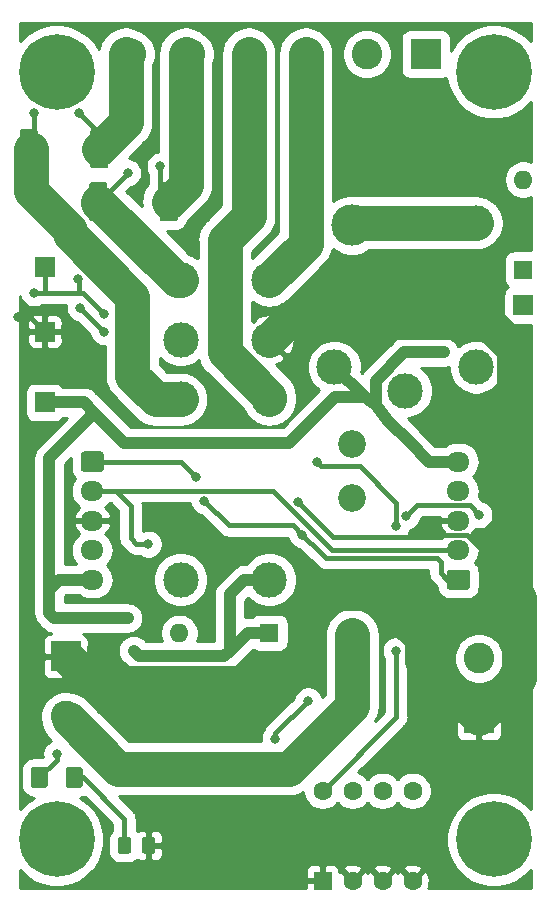
<source format=gtl>
G04 #@! TF.GenerationSoftware,KiCad,Pcbnew,(5.1.5-0-10_14)*
G04 #@! TF.CreationDate,2020-02-19T14:52:08-05:00*
G04 #@! TF.ProjectId,rlcsv3_modular,726c6373-7633-45f6-9d6f-64756c61722e,rev?*
G04 #@! TF.SameCoordinates,Original*
G04 #@! TF.FileFunction,Copper,L1,Top*
G04 #@! TF.FilePolarity,Positive*
%FSLAX46Y46*%
G04 Gerber Fmt 4.6, Leading zero omitted, Abs format (unit mm)*
G04 Created by KiCad (PCBNEW (5.1.5-0-10_14)) date 2020-02-19 14:52:08*
%MOMM*%
%LPD*%
G04 APERTURE LIST*
%ADD10C,0.100000*%
%ADD11C,2.600000*%
%ADD12R,2.600000X2.600000*%
%ADD13O,1.950000X1.700000*%
%ADD14C,3.000000*%
%ADD15C,6.400000*%
%ADD16R,1.700000X1.700000*%
%ADD17R,1.600000X1.600000*%
%ADD18O,1.600000X1.600000*%
%ADD19C,2.350000*%
%ADD20C,1.600000*%
%ADD21C,1.000000*%
%ADD22C,3.500000*%
%ADD23C,0.800000*%
%ADD24C,1.000000*%
%ADD25C,3.000000*%
%ADD26C,0.400000*%
%ADD27C,0.254000*%
G04 APERTURE END LIST*
G04 #@! TA.AperFunction,SMDPad,CuDef*
D10*
G36*
X142124505Y-138801204D02*
G01*
X142148773Y-138804804D01*
X142172572Y-138810765D01*
X142195671Y-138819030D01*
X142217850Y-138829520D01*
X142238893Y-138842132D01*
X142258599Y-138856747D01*
X142276777Y-138873223D01*
X142293253Y-138891401D01*
X142307868Y-138911107D01*
X142320480Y-138932150D01*
X142330970Y-138954329D01*
X142339235Y-138977428D01*
X142345196Y-139001227D01*
X142348796Y-139025495D01*
X142350000Y-139049999D01*
X142350000Y-139950001D01*
X142348796Y-139974505D01*
X142345196Y-139998773D01*
X142339235Y-140022572D01*
X142330970Y-140045671D01*
X142320480Y-140067850D01*
X142307868Y-140088893D01*
X142293253Y-140108599D01*
X142276777Y-140126777D01*
X142258599Y-140143253D01*
X142238893Y-140157868D01*
X142217850Y-140170480D01*
X142195671Y-140180970D01*
X142172572Y-140189235D01*
X142148773Y-140195196D01*
X142124505Y-140198796D01*
X142100001Y-140200000D01*
X141449999Y-140200000D01*
X141425495Y-140198796D01*
X141401227Y-140195196D01*
X141377428Y-140189235D01*
X141354329Y-140180970D01*
X141332150Y-140170480D01*
X141311107Y-140157868D01*
X141291401Y-140143253D01*
X141273223Y-140126777D01*
X141256747Y-140108599D01*
X141242132Y-140088893D01*
X141229520Y-140067850D01*
X141219030Y-140045671D01*
X141210765Y-140022572D01*
X141204804Y-139998773D01*
X141201204Y-139974505D01*
X141200000Y-139950001D01*
X141200000Y-139049999D01*
X141201204Y-139025495D01*
X141204804Y-139001227D01*
X141210765Y-138977428D01*
X141219030Y-138954329D01*
X141229520Y-138932150D01*
X141242132Y-138911107D01*
X141256747Y-138891401D01*
X141273223Y-138873223D01*
X141291401Y-138856747D01*
X141311107Y-138842132D01*
X141332150Y-138829520D01*
X141354329Y-138819030D01*
X141377428Y-138810765D01*
X141401227Y-138804804D01*
X141425495Y-138801204D01*
X141449999Y-138800000D01*
X142100001Y-138800000D01*
X142124505Y-138801204D01*
G37*
G04 #@! TD.AperFunction*
G04 #@! TA.AperFunction,SMDPad,CuDef*
G36*
X140074505Y-138801204D02*
G01*
X140098773Y-138804804D01*
X140122572Y-138810765D01*
X140145671Y-138819030D01*
X140167850Y-138829520D01*
X140188893Y-138842132D01*
X140208599Y-138856747D01*
X140226777Y-138873223D01*
X140243253Y-138891401D01*
X140257868Y-138911107D01*
X140270480Y-138932150D01*
X140280970Y-138954329D01*
X140289235Y-138977428D01*
X140295196Y-139001227D01*
X140298796Y-139025495D01*
X140300000Y-139049999D01*
X140300000Y-139950001D01*
X140298796Y-139974505D01*
X140295196Y-139998773D01*
X140289235Y-140022572D01*
X140280970Y-140045671D01*
X140270480Y-140067850D01*
X140257868Y-140088893D01*
X140243253Y-140108599D01*
X140226777Y-140126777D01*
X140208599Y-140143253D01*
X140188893Y-140157868D01*
X140167850Y-140170480D01*
X140145671Y-140180970D01*
X140122572Y-140189235D01*
X140098773Y-140195196D01*
X140074505Y-140198796D01*
X140050001Y-140200000D01*
X139399999Y-140200000D01*
X139375495Y-140198796D01*
X139351227Y-140195196D01*
X139327428Y-140189235D01*
X139304329Y-140180970D01*
X139282150Y-140170480D01*
X139261107Y-140157868D01*
X139241401Y-140143253D01*
X139223223Y-140126777D01*
X139206747Y-140108599D01*
X139192132Y-140088893D01*
X139179520Y-140067850D01*
X139169030Y-140045671D01*
X139160765Y-140022572D01*
X139154804Y-139998773D01*
X139151204Y-139974505D01*
X139150000Y-139950001D01*
X139150000Y-139049999D01*
X139151204Y-139025495D01*
X139154804Y-139001227D01*
X139160765Y-138977428D01*
X139169030Y-138954329D01*
X139179520Y-138932150D01*
X139192132Y-138911107D01*
X139206747Y-138891401D01*
X139223223Y-138873223D01*
X139241401Y-138856747D01*
X139261107Y-138842132D01*
X139282150Y-138829520D01*
X139304329Y-138819030D01*
X139327428Y-138810765D01*
X139351227Y-138804804D01*
X139375495Y-138801204D01*
X139399999Y-138800000D01*
X140050001Y-138800000D01*
X140074505Y-138801204D01*
G37*
G04 #@! TD.AperFunction*
G04 #@! TA.AperFunction,SMDPad,CuDef*
G36*
X132999504Y-132876204D02*
G01*
X133023773Y-132879804D01*
X133047571Y-132885765D01*
X133070671Y-132894030D01*
X133092849Y-132904520D01*
X133113893Y-132917133D01*
X133133598Y-132931747D01*
X133151777Y-132948223D01*
X133168253Y-132966402D01*
X133182867Y-132986107D01*
X133195480Y-133007151D01*
X133205970Y-133029329D01*
X133214235Y-133052429D01*
X133220196Y-133076227D01*
X133223796Y-133100496D01*
X133225000Y-133125000D01*
X133225000Y-134375000D01*
X133223796Y-134399504D01*
X133220196Y-134423773D01*
X133214235Y-134447571D01*
X133205970Y-134470671D01*
X133195480Y-134492849D01*
X133182867Y-134513893D01*
X133168253Y-134533598D01*
X133151777Y-134551777D01*
X133133598Y-134568253D01*
X133113893Y-134582867D01*
X133092849Y-134595480D01*
X133070671Y-134605970D01*
X133047571Y-134614235D01*
X133023773Y-134620196D01*
X132999504Y-134623796D01*
X132975000Y-134625000D01*
X132050000Y-134625000D01*
X132025496Y-134623796D01*
X132001227Y-134620196D01*
X131977429Y-134614235D01*
X131954329Y-134605970D01*
X131932151Y-134595480D01*
X131911107Y-134582867D01*
X131891402Y-134568253D01*
X131873223Y-134551777D01*
X131856747Y-134533598D01*
X131842133Y-134513893D01*
X131829520Y-134492849D01*
X131819030Y-134470671D01*
X131810765Y-134447571D01*
X131804804Y-134423773D01*
X131801204Y-134399504D01*
X131800000Y-134375000D01*
X131800000Y-133125000D01*
X131801204Y-133100496D01*
X131804804Y-133076227D01*
X131810765Y-133052429D01*
X131819030Y-133029329D01*
X131829520Y-133007151D01*
X131842133Y-132986107D01*
X131856747Y-132966402D01*
X131873223Y-132948223D01*
X131891402Y-132931747D01*
X131911107Y-132917133D01*
X131932151Y-132904520D01*
X131954329Y-132894030D01*
X131977429Y-132885765D01*
X132001227Y-132879804D01*
X132025496Y-132876204D01*
X132050000Y-132875000D01*
X132975000Y-132875000D01*
X132999504Y-132876204D01*
G37*
G04 #@! TD.AperFunction*
G04 #@! TA.AperFunction,SMDPad,CuDef*
G36*
X135974504Y-132876204D02*
G01*
X135998773Y-132879804D01*
X136022571Y-132885765D01*
X136045671Y-132894030D01*
X136067849Y-132904520D01*
X136088893Y-132917133D01*
X136108598Y-132931747D01*
X136126777Y-132948223D01*
X136143253Y-132966402D01*
X136157867Y-132986107D01*
X136170480Y-133007151D01*
X136180970Y-133029329D01*
X136189235Y-133052429D01*
X136195196Y-133076227D01*
X136198796Y-133100496D01*
X136200000Y-133125000D01*
X136200000Y-134375000D01*
X136198796Y-134399504D01*
X136195196Y-134423773D01*
X136189235Y-134447571D01*
X136180970Y-134470671D01*
X136170480Y-134492849D01*
X136157867Y-134513893D01*
X136143253Y-134533598D01*
X136126777Y-134551777D01*
X136108598Y-134568253D01*
X136088893Y-134582867D01*
X136067849Y-134595480D01*
X136045671Y-134605970D01*
X136022571Y-134614235D01*
X135998773Y-134620196D01*
X135974504Y-134623796D01*
X135950000Y-134625000D01*
X135025000Y-134625000D01*
X135000496Y-134623796D01*
X134976227Y-134620196D01*
X134952429Y-134614235D01*
X134929329Y-134605970D01*
X134907151Y-134595480D01*
X134886107Y-134582867D01*
X134866402Y-134568253D01*
X134848223Y-134551777D01*
X134831747Y-134533598D01*
X134817133Y-134513893D01*
X134804520Y-134492849D01*
X134794030Y-134470671D01*
X134785765Y-134447571D01*
X134779804Y-134423773D01*
X134776204Y-134399504D01*
X134775000Y-134375000D01*
X134775000Y-133125000D01*
X134776204Y-133100496D01*
X134779804Y-133076227D01*
X134785765Y-133052429D01*
X134794030Y-133029329D01*
X134804520Y-133007151D01*
X134817133Y-132986107D01*
X134831747Y-132966402D01*
X134848223Y-132948223D01*
X134866402Y-132931747D01*
X134886107Y-132917133D01*
X134907151Y-132904520D01*
X134929329Y-132894030D01*
X134952429Y-132885765D01*
X134976227Y-132879804D01*
X135000496Y-132876204D01*
X135025000Y-132875000D01*
X135950000Y-132875000D01*
X135974504Y-132876204D01*
G37*
G04 #@! TD.AperFunction*
D11*
X134750000Y-128580000D03*
D12*
X134750000Y-123500000D03*
D11*
X140250000Y-72500000D03*
X145250000Y-72500000D03*
X150250000Y-72500000D03*
X155250000Y-72500000D03*
X160250000Y-72500000D03*
D12*
X165250000Y-72500000D03*
D13*
X137000000Y-117000000D03*
X137000000Y-114500000D03*
X137000000Y-112000000D03*
X137000000Y-109500000D03*
G04 #@! TA.AperFunction,ComponentPad*
D10*
G36*
X137749504Y-106151204D02*
G01*
X137773773Y-106154804D01*
X137797571Y-106160765D01*
X137820671Y-106169030D01*
X137842849Y-106179520D01*
X137863893Y-106192133D01*
X137883598Y-106206747D01*
X137901777Y-106223223D01*
X137918253Y-106241402D01*
X137932867Y-106261107D01*
X137945480Y-106282151D01*
X137955970Y-106304329D01*
X137964235Y-106327429D01*
X137970196Y-106351227D01*
X137973796Y-106375496D01*
X137975000Y-106400000D01*
X137975000Y-107600000D01*
X137973796Y-107624504D01*
X137970196Y-107648773D01*
X137964235Y-107672571D01*
X137955970Y-107695671D01*
X137945480Y-107717849D01*
X137932867Y-107738893D01*
X137918253Y-107758598D01*
X137901777Y-107776777D01*
X137883598Y-107793253D01*
X137863893Y-107807867D01*
X137842849Y-107820480D01*
X137820671Y-107830970D01*
X137797571Y-107839235D01*
X137773773Y-107845196D01*
X137749504Y-107848796D01*
X137725000Y-107850000D01*
X136275000Y-107850000D01*
X136250496Y-107848796D01*
X136226227Y-107845196D01*
X136202429Y-107839235D01*
X136179329Y-107830970D01*
X136157151Y-107820480D01*
X136136107Y-107807867D01*
X136116402Y-107793253D01*
X136098223Y-107776777D01*
X136081747Y-107758598D01*
X136067133Y-107738893D01*
X136054520Y-107717849D01*
X136044030Y-107695671D01*
X136035765Y-107672571D01*
X136029804Y-107648773D01*
X136026204Y-107624504D01*
X136025000Y-107600000D01*
X136025000Y-106400000D01*
X136026204Y-106375496D01*
X136029804Y-106351227D01*
X136035765Y-106327429D01*
X136044030Y-106304329D01*
X136054520Y-106282151D01*
X136067133Y-106261107D01*
X136081747Y-106241402D01*
X136098223Y-106223223D01*
X136116402Y-106206747D01*
X136136107Y-106192133D01*
X136157151Y-106179520D01*
X136179329Y-106169030D01*
X136202429Y-106160765D01*
X136226227Y-106154804D01*
X136250496Y-106151204D01*
X136275000Y-106150000D01*
X137725000Y-106150000D01*
X137749504Y-106151204D01*
G37*
G04 #@! TD.AperFunction*
D14*
X144500000Y-117000000D03*
X152000000Y-117000000D03*
X144500000Y-96680000D03*
X152000000Y-91640000D03*
X152000000Y-101720000D03*
X144500000Y-101720000D03*
X152000000Y-96680000D03*
X144500000Y-91640000D03*
D15*
X134000000Y-139000000D03*
X171000000Y-139000000D03*
X171000000Y-74000000D03*
X134000000Y-74000000D03*
D14*
X169500000Y-99000000D03*
X169500000Y-86800000D03*
X157500000Y-99000000D03*
X163500000Y-101000000D03*
D16*
X133000000Y-96000000D03*
X133000000Y-102000000D03*
X133000000Y-90500000D03*
X173500000Y-93750000D03*
D17*
X173500000Y-90750000D03*
D18*
X173500000Y-83130000D03*
X144380000Y-121500000D03*
D17*
X152000000Y-121500000D03*
D19*
X159000000Y-110100000D03*
X159000000Y-105500000D03*
X159000000Y-121400000D03*
X159000000Y-126000000D03*
D12*
X169750000Y-128750000D03*
D11*
X169750000Y-123670000D03*
D20*
X156500000Y-134880000D03*
X159040000Y-134880000D03*
X161580000Y-134880000D03*
X164120000Y-134880000D03*
X164120000Y-142500000D03*
X161580000Y-142500000D03*
X159040000Y-142500000D03*
D17*
X156500000Y-142500000D03*
G04 #@! TA.AperFunction,ComponentPad*
D10*
G36*
X168749504Y-116151204D02*
G01*
X168773773Y-116154804D01*
X168797571Y-116160765D01*
X168820671Y-116169030D01*
X168842849Y-116179520D01*
X168863893Y-116192133D01*
X168883598Y-116206747D01*
X168901777Y-116223223D01*
X168918253Y-116241402D01*
X168932867Y-116261107D01*
X168945480Y-116282151D01*
X168955970Y-116304329D01*
X168964235Y-116327429D01*
X168970196Y-116351227D01*
X168973796Y-116375496D01*
X168975000Y-116400000D01*
X168975000Y-117600000D01*
X168973796Y-117624504D01*
X168970196Y-117648773D01*
X168964235Y-117672571D01*
X168955970Y-117695671D01*
X168945480Y-117717849D01*
X168932867Y-117738893D01*
X168918253Y-117758598D01*
X168901777Y-117776777D01*
X168883598Y-117793253D01*
X168863893Y-117807867D01*
X168842849Y-117820480D01*
X168820671Y-117830970D01*
X168797571Y-117839235D01*
X168773773Y-117845196D01*
X168749504Y-117848796D01*
X168725000Y-117850000D01*
X167275000Y-117850000D01*
X167250496Y-117848796D01*
X167226227Y-117845196D01*
X167202429Y-117839235D01*
X167179329Y-117830970D01*
X167157151Y-117820480D01*
X167136107Y-117807867D01*
X167116402Y-117793253D01*
X167098223Y-117776777D01*
X167081747Y-117758598D01*
X167067133Y-117738893D01*
X167054520Y-117717849D01*
X167044030Y-117695671D01*
X167035765Y-117672571D01*
X167029804Y-117648773D01*
X167026204Y-117624504D01*
X167025000Y-117600000D01*
X167025000Y-116400000D01*
X167026204Y-116375496D01*
X167029804Y-116351227D01*
X167035765Y-116327429D01*
X167044030Y-116304329D01*
X167054520Y-116282151D01*
X167067133Y-116261107D01*
X167081747Y-116241402D01*
X167098223Y-116223223D01*
X167116402Y-116206747D01*
X167136107Y-116192133D01*
X167157151Y-116179520D01*
X167179329Y-116169030D01*
X167202429Y-116160765D01*
X167226227Y-116154804D01*
X167250496Y-116151204D01*
X167275000Y-116150000D01*
X168725000Y-116150000D01*
X168749504Y-116151204D01*
G37*
G04 #@! TD.AperFunction*
D13*
X168000000Y-114500000D03*
X168000000Y-112000000D03*
X168000000Y-109500000D03*
X168000000Y-107000000D03*
G04 #@! TA.AperFunction,SMDPad,CuDef*
D10*
G36*
X138144505Y-78826204D02*
G01*
X138168773Y-78829804D01*
X138192572Y-78835765D01*
X138215671Y-78844030D01*
X138237850Y-78854520D01*
X138258893Y-78867132D01*
X138278599Y-78881747D01*
X138296777Y-78898223D01*
X138313253Y-78916401D01*
X138327868Y-78936107D01*
X138340480Y-78957150D01*
X138350970Y-78979329D01*
X138359235Y-79002428D01*
X138365196Y-79026227D01*
X138368796Y-79050495D01*
X138370000Y-79074999D01*
X138370000Y-81925001D01*
X138368796Y-81949505D01*
X138365196Y-81973773D01*
X138359235Y-81997572D01*
X138350970Y-82020671D01*
X138340480Y-82042850D01*
X138327868Y-82063893D01*
X138313253Y-82083599D01*
X138296777Y-82101777D01*
X138278599Y-82118253D01*
X138258893Y-82132868D01*
X138237850Y-82145480D01*
X138215671Y-82155970D01*
X138192572Y-82164235D01*
X138168773Y-82170196D01*
X138144505Y-82173796D01*
X138120001Y-82175000D01*
X137094999Y-82175000D01*
X137070495Y-82173796D01*
X137046227Y-82170196D01*
X137022428Y-82164235D01*
X136999329Y-82155970D01*
X136977150Y-82145480D01*
X136956107Y-82132868D01*
X136936401Y-82118253D01*
X136918223Y-82101777D01*
X136901747Y-82083599D01*
X136887132Y-82063893D01*
X136874520Y-82042850D01*
X136864030Y-82020671D01*
X136855765Y-81997572D01*
X136849804Y-81973773D01*
X136846204Y-81949505D01*
X136845000Y-81925001D01*
X136845000Y-79074999D01*
X136846204Y-79050495D01*
X136849804Y-79026227D01*
X136855765Y-79002428D01*
X136864030Y-78979329D01*
X136874520Y-78957150D01*
X136887132Y-78936107D01*
X136901747Y-78916401D01*
X136918223Y-78898223D01*
X136936401Y-78881747D01*
X136956107Y-78867132D01*
X136977150Y-78854520D01*
X136999329Y-78844030D01*
X137022428Y-78835765D01*
X137046227Y-78829804D01*
X137070495Y-78826204D01*
X137094999Y-78825000D01*
X138120001Y-78825000D01*
X138144505Y-78826204D01*
G37*
G04 #@! TD.AperFunction*
G04 #@! TA.AperFunction,SMDPad,CuDef*
G36*
X132169505Y-78826204D02*
G01*
X132193773Y-78829804D01*
X132217572Y-78835765D01*
X132240671Y-78844030D01*
X132262850Y-78854520D01*
X132283893Y-78867132D01*
X132303599Y-78881747D01*
X132321777Y-78898223D01*
X132338253Y-78916401D01*
X132352868Y-78936107D01*
X132365480Y-78957150D01*
X132375970Y-78979329D01*
X132384235Y-79002428D01*
X132390196Y-79026227D01*
X132393796Y-79050495D01*
X132395000Y-79074999D01*
X132395000Y-81925001D01*
X132393796Y-81949505D01*
X132390196Y-81973773D01*
X132384235Y-81997572D01*
X132375970Y-82020671D01*
X132365480Y-82042850D01*
X132352868Y-82063893D01*
X132338253Y-82083599D01*
X132321777Y-82101777D01*
X132303599Y-82118253D01*
X132283893Y-82132868D01*
X132262850Y-82145480D01*
X132240671Y-82155970D01*
X132217572Y-82164235D01*
X132193773Y-82170196D01*
X132169505Y-82173796D01*
X132145001Y-82175000D01*
X131119999Y-82175000D01*
X131095495Y-82173796D01*
X131071227Y-82170196D01*
X131047428Y-82164235D01*
X131024329Y-82155970D01*
X131002150Y-82145480D01*
X130981107Y-82132868D01*
X130961401Y-82118253D01*
X130943223Y-82101777D01*
X130926747Y-82083599D01*
X130912132Y-82063893D01*
X130899520Y-82042850D01*
X130889030Y-82020671D01*
X130880765Y-81997572D01*
X130874804Y-81973773D01*
X130871204Y-81949505D01*
X130870000Y-81925001D01*
X130870000Y-79074999D01*
X130871204Y-79050495D01*
X130874804Y-79026227D01*
X130880765Y-79002428D01*
X130889030Y-78979329D01*
X130899520Y-78957150D01*
X130912132Y-78936107D01*
X130926747Y-78916401D01*
X130943223Y-78898223D01*
X130961401Y-78881747D01*
X130981107Y-78867132D01*
X131002150Y-78854520D01*
X131024329Y-78844030D01*
X131047428Y-78835765D01*
X131071227Y-78829804D01*
X131095495Y-78826204D01*
X131119999Y-78825000D01*
X132145001Y-78825000D01*
X132169505Y-78826204D01*
G37*
G04 #@! TD.AperFunction*
G04 #@! TA.AperFunction,SMDPad,CuDef*
G36*
X138049505Y-83326204D02*
G01*
X138073773Y-83329804D01*
X138097572Y-83335765D01*
X138120671Y-83344030D01*
X138142850Y-83354520D01*
X138163893Y-83367132D01*
X138183599Y-83381747D01*
X138201777Y-83398223D01*
X138218253Y-83416401D01*
X138232868Y-83436107D01*
X138245480Y-83457150D01*
X138255970Y-83479329D01*
X138264235Y-83502428D01*
X138270196Y-83526227D01*
X138273796Y-83550495D01*
X138275000Y-83574999D01*
X138275000Y-86425001D01*
X138273796Y-86449505D01*
X138270196Y-86473773D01*
X138264235Y-86497572D01*
X138255970Y-86520671D01*
X138245480Y-86542850D01*
X138232868Y-86563893D01*
X138218253Y-86583599D01*
X138201777Y-86601777D01*
X138183599Y-86618253D01*
X138163893Y-86632868D01*
X138142850Y-86645480D01*
X138120671Y-86655970D01*
X138097572Y-86664235D01*
X138073773Y-86670196D01*
X138049505Y-86673796D01*
X138025001Y-86675000D01*
X136999999Y-86675000D01*
X136975495Y-86673796D01*
X136951227Y-86670196D01*
X136927428Y-86664235D01*
X136904329Y-86655970D01*
X136882150Y-86645480D01*
X136861107Y-86632868D01*
X136841401Y-86618253D01*
X136823223Y-86601777D01*
X136806747Y-86583599D01*
X136792132Y-86563893D01*
X136779520Y-86542850D01*
X136769030Y-86520671D01*
X136760765Y-86497572D01*
X136754804Y-86473773D01*
X136751204Y-86449505D01*
X136750000Y-86425001D01*
X136750000Y-83574999D01*
X136751204Y-83550495D01*
X136754804Y-83526227D01*
X136760765Y-83502428D01*
X136769030Y-83479329D01*
X136779520Y-83457150D01*
X136792132Y-83436107D01*
X136806747Y-83416401D01*
X136823223Y-83398223D01*
X136841401Y-83381747D01*
X136861107Y-83367132D01*
X136882150Y-83354520D01*
X136904329Y-83344030D01*
X136927428Y-83335765D01*
X136951227Y-83329804D01*
X136975495Y-83326204D01*
X136999999Y-83325000D01*
X138025001Y-83325000D01*
X138049505Y-83326204D01*
G37*
G04 #@! TD.AperFunction*
G04 #@! TA.AperFunction,SMDPad,CuDef*
G36*
X144024505Y-83326204D02*
G01*
X144048773Y-83329804D01*
X144072572Y-83335765D01*
X144095671Y-83344030D01*
X144117850Y-83354520D01*
X144138893Y-83367132D01*
X144158599Y-83381747D01*
X144176777Y-83398223D01*
X144193253Y-83416401D01*
X144207868Y-83436107D01*
X144220480Y-83457150D01*
X144230970Y-83479329D01*
X144239235Y-83502428D01*
X144245196Y-83526227D01*
X144248796Y-83550495D01*
X144250000Y-83574999D01*
X144250000Y-86425001D01*
X144248796Y-86449505D01*
X144245196Y-86473773D01*
X144239235Y-86497572D01*
X144230970Y-86520671D01*
X144220480Y-86542850D01*
X144207868Y-86563893D01*
X144193253Y-86583599D01*
X144176777Y-86601777D01*
X144158599Y-86618253D01*
X144138893Y-86632868D01*
X144117850Y-86645480D01*
X144095671Y-86655970D01*
X144072572Y-86664235D01*
X144048773Y-86670196D01*
X144024505Y-86673796D01*
X144000001Y-86675000D01*
X142974999Y-86675000D01*
X142950495Y-86673796D01*
X142926227Y-86670196D01*
X142902428Y-86664235D01*
X142879329Y-86655970D01*
X142857150Y-86645480D01*
X142836107Y-86632868D01*
X142816401Y-86618253D01*
X142798223Y-86601777D01*
X142781747Y-86583599D01*
X142767132Y-86563893D01*
X142754520Y-86542850D01*
X142744030Y-86520671D01*
X142735765Y-86497572D01*
X142729804Y-86473773D01*
X142726204Y-86449505D01*
X142725000Y-86425001D01*
X142725000Y-83574999D01*
X142726204Y-83550495D01*
X142729804Y-83526227D01*
X142735765Y-83502428D01*
X142744030Y-83479329D01*
X142754520Y-83457150D01*
X142767132Y-83436107D01*
X142781747Y-83416401D01*
X142798223Y-83398223D01*
X142816401Y-83381747D01*
X142836107Y-83367132D01*
X142857150Y-83354520D01*
X142879329Y-83344030D01*
X142902428Y-83335765D01*
X142926227Y-83329804D01*
X142950495Y-83326204D01*
X142974999Y-83325000D01*
X144000001Y-83325000D01*
X144024505Y-83326204D01*
G37*
G04 #@! TD.AperFunction*
D21*
X166750000Y-97750000D03*
X140500000Y-123000000D03*
X140000000Y-120250000D03*
D22*
X159000000Y-87000000D03*
D23*
X162250000Y-92750000D03*
X168250000Y-90250000D03*
X130741999Y-94750000D03*
X147250000Y-138500000D03*
X154436166Y-110417836D03*
X137750000Y-128000000D03*
X147250000Y-84750000D03*
X170250000Y-114750000D03*
X138000000Y-94500000D03*
X132080000Y-92710000D03*
X135820492Y-91509508D03*
X163604000Y-111623017D03*
X169750000Y-111500000D03*
X152500000Y-130500000D03*
X155250000Y-127250000D03*
X142750000Y-82000000D03*
X135890000Y-77470000D03*
X156000000Y-107000000D03*
X162750000Y-112500000D03*
X162750000Y-123000000D03*
X132080000Y-77470000D03*
X140000000Y-82550000D03*
X138000000Y-96000000D03*
X136000000Y-94000000D03*
X141750000Y-114000000D03*
X154786426Y-113183574D03*
X146500000Y-110354000D03*
X145818870Y-108318870D03*
X134000000Y-131750000D03*
D24*
X168000000Y-107000000D02*
X165500000Y-107000000D01*
X150200000Y-121500000D02*
X152000000Y-121500000D01*
X148645999Y-123054001D02*
X150200000Y-121500000D01*
X148645999Y-118232681D02*
X148645999Y-123054001D01*
X149878680Y-117000000D02*
X148645999Y-118232681D01*
X152000000Y-117000000D02*
X149878680Y-117000000D01*
X165500000Y-107000000D02*
X163870000Y-105370000D01*
X139700000Y-105410000D02*
X137160000Y-102870000D01*
X153670000Y-105410000D02*
X139700000Y-105410000D01*
X136290000Y-102000000D02*
X137160000Y-102870000D01*
X133000000Y-102000000D02*
X136290000Y-102000000D01*
X137160000Y-102870000D02*
X134620000Y-105410000D01*
X134620000Y-105410000D02*
X133350000Y-106680000D01*
X157520000Y-101560000D02*
X153670000Y-105410000D01*
X160060000Y-101560000D02*
X157520000Y-101560000D01*
X160060000Y-101560000D02*
X157500000Y-99000000D01*
X163870000Y-105370000D02*
X162070999Y-103570999D01*
X163414078Y-97750000D02*
X161000000Y-100164078D01*
X166750000Y-97750000D02*
X163414078Y-97750000D01*
X161000000Y-102250000D02*
X160060000Y-101560000D01*
X161000000Y-100164078D02*
X161000000Y-102250000D01*
X162070999Y-103570999D02*
X161000000Y-102250000D01*
X133350000Y-106680000D02*
X133350000Y-117850000D01*
X134200000Y-117000000D02*
X137000000Y-117000000D01*
X133350000Y-117850000D02*
X134200000Y-117000000D01*
X133350000Y-117850000D02*
X133350000Y-119380000D01*
X140999999Y-123499999D02*
X140500000Y-123000000D01*
X148200001Y-123499999D02*
X140999999Y-123499999D01*
X148645999Y-123054001D02*
X148200001Y-123499999D01*
X133350000Y-119380000D02*
X133350000Y-119530625D01*
X133350000Y-119380000D02*
X133350000Y-119850000D01*
X133750000Y-120250000D02*
X138750000Y-120250000D01*
X133350000Y-119850000D02*
X133750000Y-120250000D01*
X138750000Y-120250000D02*
X140000000Y-120250000D01*
D25*
X159200000Y-86800000D02*
X159000000Y-87000000D01*
X169500000Y-86800000D02*
X159200000Y-86800000D01*
X172754001Y-97438079D02*
X172754001Y-118133997D01*
X170495923Y-95180001D02*
X172754001Y-97438079D01*
X153499999Y-95180001D02*
X170495923Y-95180001D01*
X152000000Y-96680000D02*
X153499999Y-95180001D01*
D26*
X165750000Y-92750000D02*
X168250000Y-90250000D01*
X162250000Y-92750000D02*
X165750000Y-92750000D01*
X131750000Y-94750000D02*
X133000000Y-96000000D01*
X130741999Y-94750000D02*
X131750000Y-94750000D01*
X151250000Y-142500000D02*
X156500000Y-142500000D01*
X147250000Y-138500000D02*
X151250000Y-142500000D01*
X157372331Y-113354001D02*
X165270999Y-113354001D01*
X154436166Y-110417836D02*
X157372331Y-113354001D01*
D25*
X173150001Y-118529997D02*
X172754001Y-118133997D01*
X173150001Y-125349999D02*
X173150001Y-118529997D01*
X169750000Y-128750000D02*
X173150001Y-125349999D01*
X157427999Y-118124999D02*
X155250000Y-120302998D01*
X161062921Y-118124999D02*
X157427999Y-118124999D01*
X164904001Y-121966079D02*
X161062921Y-118124999D01*
X164904001Y-123904001D02*
X164904001Y-121966079D01*
X169750000Y-128750000D02*
X164904001Y-123904001D01*
X155250000Y-120302998D02*
X155250000Y-123750000D01*
X137004009Y-125754009D02*
X135000000Y-123750000D01*
X153245991Y-125754009D02*
X137004009Y-125754009D01*
X155250000Y-123750000D02*
X153245991Y-125754009D01*
D26*
X146250000Y-139500000D02*
X147250000Y-138500000D01*
X141775000Y-139500000D02*
X146250000Y-139500000D01*
X165429010Y-113195990D02*
X168695990Y-113195990D01*
X168695990Y-113195990D02*
X170250000Y-114750000D01*
X165270999Y-113354001D02*
X165429010Y-113195990D01*
X136210000Y-92710000D02*
X138000000Y-94500000D01*
X135890000Y-92710000D02*
X135890000Y-91579016D01*
X135890000Y-91579016D02*
X135820492Y-91509508D01*
X135890000Y-92710000D02*
X136210000Y-92710000D01*
X133000000Y-92670000D02*
X133000000Y-90500000D01*
X133040000Y-92710000D02*
X133000000Y-92670000D01*
X132080000Y-92710000D02*
X133040000Y-92710000D01*
X133040000Y-92710000D02*
X135890000Y-92710000D01*
X168945990Y-110695990D02*
X169750000Y-111500000D01*
X164531027Y-110695990D02*
X168945990Y-110695990D01*
X163604000Y-111623017D02*
X164531027Y-110695990D01*
D25*
X159000000Y-127661700D02*
X159000000Y-126000000D01*
X153700001Y-133000001D02*
X159000000Y-127700002D01*
X159000000Y-127700002D02*
X159000000Y-127661700D01*
X139170001Y-133000001D02*
X153700001Y-133000001D01*
X135000000Y-128830000D02*
X139170001Y-133000001D01*
X159000000Y-124338300D02*
X159000000Y-121725009D01*
X159000000Y-126000000D02*
X159000000Y-124338300D01*
D26*
X159000000Y-105000000D02*
X159000000Y-105500000D01*
X163500000Y-101500000D02*
X163000000Y-101000000D01*
X152500000Y-130000000D02*
X152500000Y-130500000D01*
X155250000Y-127250000D02*
X152500000Y-130000000D01*
D25*
X155090000Y-88550000D02*
X152000000Y-91640000D01*
X155090000Y-72500000D02*
X155090000Y-88550000D01*
X152000000Y-101495922D02*
X148245991Y-97741913D01*
X152000000Y-101720000D02*
X152000000Y-101495922D01*
X148245991Y-97741913D02*
X148245991Y-88254009D01*
X150250000Y-86250000D02*
X150250000Y-72500000D01*
X148245991Y-88254009D02*
X150250000Y-86250000D01*
X144930000Y-83557500D02*
X143487500Y-85000000D01*
X144930000Y-72500000D02*
X144930000Y-83557500D01*
D26*
X142750000Y-84262500D02*
X143487500Y-85000000D01*
X142750000Y-82000000D02*
X142750000Y-84262500D01*
D25*
X139850000Y-78257500D02*
X137607500Y-80500000D01*
X139850000Y-72500000D02*
X139850000Y-78257500D01*
D26*
X137607500Y-79187500D02*
X135890000Y-77470000D01*
X137607500Y-80500000D02*
X137607500Y-79187500D01*
X162750000Y-128630000D02*
X156500000Y-134880000D01*
X162750000Y-123000000D02*
X162750000Y-128630000D01*
X156399999Y-107399999D02*
X156000000Y-107000000D01*
X159649999Y-107399999D02*
X156399999Y-107399999D01*
X162750000Y-110500000D02*
X159649999Y-107399999D01*
X162750000Y-112500000D02*
X162750000Y-110500000D01*
D25*
X135107202Y-87750000D02*
X140399999Y-93042797D01*
X142378680Y-101720000D02*
X144500000Y-101720000D01*
X140399999Y-99741319D02*
X142378680Y-101720000D01*
X140399999Y-93042797D02*
X140399999Y-99741319D01*
X131804010Y-84063110D02*
X131804010Y-80500000D01*
X135107202Y-87366302D02*
X131804010Y-84063110D01*
X135107202Y-87750000D02*
X135107202Y-87366302D01*
D26*
X132080000Y-80052500D02*
X131632500Y-80500000D01*
X132080000Y-77470000D02*
X132080000Y-80052500D01*
D25*
X137512500Y-85000000D02*
X137512500Y-85152500D01*
X144152500Y-91640000D02*
X137512500Y-85000000D01*
X144500000Y-91640000D02*
X144152500Y-91640000D01*
D26*
X137550000Y-85000000D02*
X140000000Y-82550000D01*
X137512500Y-85000000D02*
X137550000Y-85000000D01*
X138000000Y-96000000D02*
X136000000Y-94000000D01*
X157310591Y-114500000D02*
X152310591Y-109500000D01*
X168000000Y-114500000D02*
X157310591Y-114500000D01*
X139000000Y-109500000D02*
X137000000Y-109500000D01*
X152310591Y-109500000D02*
X139000000Y-109500000D01*
X140250000Y-113500000D02*
X140250000Y-110750000D01*
X140750000Y-114000000D02*
X140250000Y-113500000D01*
X140250000Y-110750000D02*
X139000000Y-109500000D01*
X141750000Y-114000000D02*
X140750000Y-114000000D01*
X156275000Y-114672148D02*
X154786426Y-113183574D01*
X144500000Y-107000000D02*
X145818870Y-108318870D01*
X137000000Y-107000000D02*
X144500000Y-107000000D01*
X167025000Y-117000000D02*
X166500000Y-116475000D01*
X168000000Y-117000000D02*
X167025000Y-117000000D01*
X166500000Y-115500000D02*
X166154010Y-115154010D01*
X166500000Y-116475000D02*
X166500000Y-115500000D01*
X156756862Y-115154010D02*
X156275000Y-114672148D01*
X166154010Y-115154010D02*
X156756862Y-115154010D01*
X154010194Y-112407342D02*
X154786426Y-113183574D01*
X148553342Y-112407342D02*
X154010194Y-112407342D01*
X146500000Y-110354000D02*
X148553342Y-112407342D01*
X139725000Y-138800000D02*
X139725000Y-139500000D01*
X139725000Y-137275000D02*
X139725000Y-138800000D01*
X136200000Y-133750000D02*
X139725000Y-137275000D01*
X135487500Y-133750000D02*
X136200000Y-133750000D01*
X134000000Y-132262500D02*
X132512500Y-133750000D01*
X134000000Y-131750000D02*
X134000000Y-132262500D01*
D27*
G36*
X174123001Y-71427963D02*
G01*
X173567063Y-70872025D01*
X172907500Y-70431319D01*
X172174633Y-70127755D01*
X171396625Y-69973000D01*
X170603375Y-69973000D01*
X169825367Y-70127755D01*
X169092500Y-70431319D01*
X168432937Y-70872025D01*
X167872025Y-71432937D01*
X167431319Y-72092500D01*
X167381001Y-72213978D01*
X167381001Y-71200000D01*
X167365034Y-71037880D01*
X167317745Y-70881990D01*
X167240952Y-70738321D01*
X167137606Y-70612394D01*
X167011679Y-70509048D01*
X166868010Y-70432255D01*
X166712120Y-70384966D01*
X166550000Y-70368999D01*
X163950000Y-70368999D01*
X163787880Y-70384966D01*
X163631990Y-70432255D01*
X163488321Y-70509048D01*
X163362394Y-70612394D01*
X163259048Y-70738321D01*
X163182255Y-70881990D01*
X163134966Y-71037880D01*
X163118999Y-71200000D01*
X163118999Y-73800000D01*
X163134966Y-73962120D01*
X163182255Y-74118010D01*
X163259048Y-74261679D01*
X163362394Y-74387606D01*
X163488321Y-74490952D01*
X163631990Y-74567745D01*
X163787880Y-74615034D01*
X163950000Y-74631001D01*
X166550000Y-74631001D01*
X166712120Y-74615034D01*
X166868010Y-74567745D01*
X166993677Y-74500574D01*
X167127755Y-75174633D01*
X167431319Y-75907500D01*
X167872025Y-76567063D01*
X168432937Y-77127975D01*
X169092500Y-77568681D01*
X169825367Y-77872245D01*
X170603375Y-78027000D01*
X171396625Y-78027000D01*
X172174633Y-77872245D01*
X172907500Y-77568681D01*
X173567063Y-77127975D01*
X174123001Y-76572037D01*
X174123001Y-81627004D01*
X173974578Y-81565525D01*
X173660245Y-81503000D01*
X173339755Y-81503000D01*
X173025422Y-81565525D01*
X172729327Y-81688172D01*
X172462848Y-81866227D01*
X172236227Y-82092848D01*
X172058172Y-82359327D01*
X171935525Y-82655422D01*
X171873000Y-82969755D01*
X171873000Y-83290245D01*
X171935525Y-83604578D01*
X172058172Y-83900673D01*
X172236227Y-84167152D01*
X172462848Y-84393773D01*
X172729327Y-84571828D01*
X173025422Y-84694475D01*
X173339755Y-84757000D01*
X173660245Y-84757000D01*
X173974578Y-84694475D01*
X174123001Y-84632996D01*
X174123001Y-89118999D01*
X172700000Y-89118999D01*
X172537880Y-89134966D01*
X172381990Y-89182255D01*
X172238321Y-89259048D01*
X172112394Y-89362394D01*
X172009048Y-89488321D01*
X171932255Y-89631990D01*
X171884966Y-89787880D01*
X171868999Y-89950000D01*
X171868999Y-91550000D01*
X171884966Y-91712120D01*
X171932255Y-91868010D01*
X172009048Y-92011679D01*
X172112394Y-92137606D01*
X172195058Y-92205447D01*
X172188321Y-92209048D01*
X172062394Y-92312394D01*
X171959048Y-92438321D01*
X171882255Y-92581990D01*
X171834966Y-92737880D01*
X171818999Y-92900000D01*
X171818999Y-94600000D01*
X171834966Y-94762120D01*
X171882255Y-94918010D01*
X171959048Y-95061679D01*
X172062394Y-95187606D01*
X172188321Y-95290952D01*
X172331990Y-95367745D01*
X172487880Y-95415034D01*
X172650000Y-95431001D01*
X174123001Y-95431001D01*
X174123000Y-136427962D01*
X173567063Y-135872025D01*
X172907500Y-135431319D01*
X172174633Y-135127755D01*
X171396625Y-134973000D01*
X170603375Y-134973000D01*
X169825367Y-135127755D01*
X169092500Y-135431319D01*
X168432937Y-135872025D01*
X167872025Y-136432937D01*
X167431319Y-137092500D01*
X167127755Y-137825367D01*
X166973000Y-138603375D01*
X166973000Y-139396625D01*
X167127755Y-140174633D01*
X167431319Y-140907500D01*
X167872025Y-141567063D01*
X168432937Y-142127975D01*
X169092500Y-142568681D01*
X169825367Y-142872245D01*
X170603375Y-143027000D01*
X171396625Y-143027000D01*
X172174633Y-142872245D01*
X172907500Y-142568681D01*
X173567063Y-142127975D01*
X174123000Y-141572038D01*
X174123000Y-143123000D01*
X165412748Y-143123000D01*
X165477571Y-142986004D01*
X165546300Y-142711816D01*
X165560217Y-142429488D01*
X165518787Y-142149870D01*
X165423603Y-141883708D01*
X165356671Y-141758486D01*
X165112702Y-141686903D01*
X164299605Y-142500000D01*
X164313748Y-142514143D01*
X164134143Y-142693748D01*
X164120000Y-142679605D01*
X164105858Y-142693748D01*
X163926253Y-142514143D01*
X163940395Y-142500000D01*
X163127298Y-141686903D01*
X162883329Y-141758486D01*
X162852029Y-141824636D01*
X162816671Y-141758486D01*
X162572702Y-141686903D01*
X161759605Y-142500000D01*
X161773748Y-142514143D01*
X161594143Y-142693748D01*
X161580000Y-142679605D01*
X161565858Y-142693748D01*
X161386253Y-142514143D01*
X161400395Y-142500000D01*
X160587298Y-141686903D01*
X160343329Y-141758486D01*
X160312029Y-141824636D01*
X160276671Y-141758486D01*
X160032702Y-141686903D01*
X159219605Y-142500000D01*
X159233748Y-142514143D01*
X159054143Y-142693748D01*
X159040000Y-142679605D01*
X159025858Y-142693748D01*
X158846253Y-142514143D01*
X158860395Y-142500000D01*
X158047298Y-141686903D01*
X157937959Y-141718984D01*
X157938072Y-141700000D01*
X157925812Y-141575518D01*
X157905118Y-141507298D01*
X158226903Y-141507298D01*
X159040000Y-142320395D01*
X159853097Y-141507298D01*
X160766903Y-141507298D01*
X161580000Y-142320395D01*
X162393097Y-141507298D01*
X163306903Y-141507298D01*
X164120000Y-142320395D01*
X164933097Y-141507298D01*
X164861514Y-141263329D01*
X164606004Y-141142429D01*
X164331816Y-141073700D01*
X164049488Y-141059783D01*
X163769870Y-141101213D01*
X163503708Y-141196397D01*
X163378486Y-141263329D01*
X163306903Y-141507298D01*
X162393097Y-141507298D01*
X162321514Y-141263329D01*
X162066004Y-141142429D01*
X161791816Y-141073700D01*
X161509488Y-141059783D01*
X161229870Y-141101213D01*
X160963708Y-141196397D01*
X160838486Y-141263329D01*
X160766903Y-141507298D01*
X159853097Y-141507298D01*
X159781514Y-141263329D01*
X159526004Y-141142429D01*
X159251816Y-141073700D01*
X158969488Y-141059783D01*
X158689870Y-141101213D01*
X158423708Y-141196397D01*
X158298486Y-141263329D01*
X158226903Y-141507298D01*
X157905118Y-141507298D01*
X157889502Y-141455820D01*
X157830537Y-141345506D01*
X157751185Y-141248815D01*
X157654494Y-141169463D01*
X157544180Y-141110498D01*
X157424482Y-141074188D01*
X157300000Y-141061928D01*
X156785750Y-141065000D01*
X156627000Y-141223750D01*
X156627000Y-142373000D01*
X156647000Y-142373000D01*
X156647000Y-142627000D01*
X156627000Y-142627000D01*
X156627000Y-142647000D01*
X156373000Y-142647000D01*
X156373000Y-142627000D01*
X155223750Y-142627000D01*
X155065000Y-142785750D01*
X155062985Y-143123000D01*
X130877000Y-143123000D01*
X130877000Y-141572038D01*
X131432937Y-142127975D01*
X132092500Y-142568681D01*
X132825367Y-142872245D01*
X133603375Y-143027000D01*
X134396625Y-143027000D01*
X135174633Y-142872245D01*
X135907500Y-142568681D01*
X136567063Y-142127975D01*
X136995038Y-141700000D01*
X155061928Y-141700000D01*
X155065000Y-142214250D01*
X155223750Y-142373000D01*
X156373000Y-142373000D01*
X156373000Y-141223750D01*
X156214250Y-141065000D01*
X155700000Y-141061928D01*
X155575518Y-141074188D01*
X155455820Y-141110498D01*
X155345506Y-141169463D01*
X155248815Y-141248815D01*
X155169463Y-141345506D01*
X155110498Y-141455820D01*
X155074188Y-141575518D01*
X155061928Y-141700000D01*
X136995038Y-141700000D01*
X137127975Y-141567063D01*
X137568681Y-140907500D01*
X137872245Y-140174633D01*
X138027000Y-139396625D01*
X138027000Y-138603375D01*
X137872245Y-137825367D01*
X137568681Y-137092500D01*
X137127975Y-136432937D01*
X136567063Y-135872025D01*
X135944439Y-135456001D01*
X135950000Y-135456001D01*
X136160893Y-135435230D01*
X136363681Y-135373715D01*
X136368658Y-135371055D01*
X138698000Y-137700398D01*
X138698001Y-138234420D01*
X138635617Y-138285617D01*
X138501180Y-138449428D01*
X138401285Y-138636318D01*
X138339770Y-138839106D01*
X138318999Y-139049999D01*
X138318999Y-139950001D01*
X138339770Y-140160894D01*
X138401285Y-140363682D01*
X138501180Y-140550572D01*
X138635617Y-140714383D01*
X138799428Y-140848820D01*
X138986318Y-140948715D01*
X139189106Y-141010230D01*
X139399999Y-141031001D01*
X140050001Y-141031001D01*
X140260894Y-141010230D01*
X140463682Y-140948715D01*
X140650572Y-140848820D01*
X140814383Y-140714383D01*
X140818987Y-140708773D01*
X140845506Y-140730537D01*
X140955820Y-140789502D01*
X141075518Y-140825812D01*
X141200000Y-140838072D01*
X141489250Y-140835000D01*
X141648000Y-140676250D01*
X141648000Y-139627000D01*
X141902000Y-139627000D01*
X141902000Y-140676250D01*
X142060750Y-140835000D01*
X142350000Y-140838072D01*
X142474482Y-140825812D01*
X142594180Y-140789502D01*
X142704494Y-140730537D01*
X142801185Y-140651185D01*
X142880537Y-140554494D01*
X142939502Y-140444180D01*
X142975812Y-140324482D01*
X142988072Y-140200000D01*
X142985000Y-139785750D01*
X142826250Y-139627000D01*
X141902000Y-139627000D01*
X141648000Y-139627000D01*
X141628000Y-139627000D01*
X141628000Y-139373000D01*
X141648000Y-139373000D01*
X141648000Y-138323750D01*
X141902000Y-138323750D01*
X141902000Y-139373000D01*
X142826250Y-139373000D01*
X142985000Y-139214250D01*
X142988072Y-138800000D01*
X142975812Y-138675518D01*
X142939502Y-138555820D01*
X142880537Y-138445506D01*
X142801185Y-138348815D01*
X142704494Y-138269463D01*
X142594180Y-138210498D01*
X142474482Y-138174188D01*
X142350000Y-138161928D01*
X142060750Y-138165000D01*
X141902000Y-138323750D01*
X141648000Y-138323750D01*
X141489250Y-138165000D01*
X141200000Y-138161928D01*
X141075518Y-138174188D01*
X140955820Y-138210498D01*
X140845506Y-138269463D01*
X140818987Y-138291227D01*
X140814383Y-138285617D01*
X140752000Y-138234420D01*
X140752000Y-137325443D01*
X140756968Y-137275000D01*
X140752000Y-137224556D01*
X140752000Y-137224549D01*
X140737140Y-137073673D01*
X140678415Y-136880083D01*
X140583051Y-136701669D01*
X140567812Y-136683100D01*
X140486873Y-136584475D01*
X140486868Y-136584470D01*
X140454712Y-136545288D01*
X140415530Y-136513132D01*
X139234322Y-135331925D01*
X139284313Y-135327001D01*
X153585689Y-135327001D01*
X153700001Y-135338260D01*
X153814313Y-135327001D01*
X153814316Y-135327001D01*
X154156173Y-135293331D01*
X154594814Y-135160271D01*
X154873000Y-135011577D01*
X154873000Y-135040245D01*
X154935525Y-135354578D01*
X155058172Y-135650673D01*
X155236227Y-135917152D01*
X155462848Y-136143773D01*
X155729327Y-136321828D01*
X156025422Y-136444475D01*
X156339755Y-136507000D01*
X156660245Y-136507000D01*
X156974578Y-136444475D01*
X157270673Y-136321828D01*
X157537152Y-136143773D01*
X157763773Y-135917152D01*
X157770000Y-135907833D01*
X157776227Y-135917152D01*
X158002848Y-136143773D01*
X158269327Y-136321828D01*
X158565422Y-136444475D01*
X158879755Y-136507000D01*
X159200245Y-136507000D01*
X159514578Y-136444475D01*
X159810673Y-136321828D01*
X160077152Y-136143773D01*
X160303773Y-135917152D01*
X160310000Y-135907833D01*
X160316227Y-135917152D01*
X160542848Y-136143773D01*
X160809327Y-136321828D01*
X161105422Y-136444475D01*
X161419755Y-136507000D01*
X161740245Y-136507000D01*
X162054578Y-136444475D01*
X162350673Y-136321828D01*
X162617152Y-136143773D01*
X162843773Y-135917152D01*
X162850000Y-135907833D01*
X162856227Y-135917152D01*
X163082848Y-136143773D01*
X163349327Y-136321828D01*
X163645422Y-136444475D01*
X163959755Y-136507000D01*
X164280245Y-136507000D01*
X164594578Y-136444475D01*
X164890673Y-136321828D01*
X165157152Y-136143773D01*
X165383773Y-135917152D01*
X165561828Y-135650673D01*
X165684475Y-135354578D01*
X165747000Y-135040245D01*
X165747000Y-134719755D01*
X165684475Y-134405422D01*
X165561828Y-134109327D01*
X165383773Y-133842848D01*
X165157152Y-133616227D01*
X164890673Y-133438172D01*
X164594578Y-133315525D01*
X164280245Y-133253000D01*
X163959755Y-133253000D01*
X163645422Y-133315525D01*
X163349327Y-133438172D01*
X163082848Y-133616227D01*
X162856227Y-133842848D01*
X162850000Y-133852167D01*
X162843773Y-133842848D01*
X162617152Y-133616227D01*
X162350673Y-133438172D01*
X162054578Y-133315525D01*
X161740245Y-133253000D01*
X161419755Y-133253000D01*
X161105422Y-133315525D01*
X160809327Y-133438172D01*
X160542848Y-133616227D01*
X160316227Y-133842848D01*
X160310000Y-133852167D01*
X160303773Y-133842848D01*
X160077152Y-133616227D01*
X159810673Y-133438172D01*
X159516200Y-133316197D01*
X162782397Y-130050000D01*
X167811928Y-130050000D01*
X167824188Y-130174482D01*
X167860498Y-130294180D01*
X167919463Y-130404494D01*
X167998815Y-130501185D01*
X168095506Y-130580537D01*
X168205820Y-130639502D01*
X168325518Y-130675812D01*
X168450000Y-130688072D01*
X169464250Y-130685000D01*
X169623000Y-130526250D01*
X169623000Y-128877000D01*
X169877000Y-128877000D01*
X169877000Y-130526250D01*
X170035750Y-130685000D01*
X171050000Y-130688072D01*
X171174482Y-130675812D01*
X171294180Y-130639502D01*
X171404494Y-130580537D01*
X171501185Y-130501185D01*
X171580537Y-130404494D01*
X171639502Y-130294180D01*
X171675812Y-130174482D01*
X171688072Y-130050000D01*
X171685000Y-129035750D01*
X171526250Y-128877000D01*
X169877000Y-128877000D01*
X169623000Y-128877000D01*
X167973750Y-128877000D01*
X167815000Y-129035750D01*
X167811928Y-130050000D01*
X162782397Y-130050000D01*
X163440530Y-129391868D01*
X163479712Y-129359712D01*
X163511868Y-129320530D01*
X163511873Y-129320525D01*
X163608050Y-129203332D01*
X163691833Y-129046585D01*
X163703415Y-129024917D01*
X163762140Y-128831327D01*
X163777000Y-128680451D01*
X163777000Y-128680444D01*
X163781968Y-128630000D01*
X163777000Y-128579557D01*
X163777000Y-127450000D01*
X167811928Y-127450000D01*
X167815000Y-128464250D01*
X167973750Y-128623000D01*
X169623000Y-128623000D01*
X169623000Y-126973750D01*
X169877000Y-126973750D01*
X169877000Y-128623000D01*
X171526250Y-128623000D01*
X171685000Y-128464250D01*
X171688072Y-127450000D01*
X171675812Y-127325518D01*
X171639502Y-127205820D01*
X171580537Y-127095506D01*
X171501185Y-126998815D01*
X171404494Y-126919463D01*
X171294180Y-126860498D01*
X171174482Y-126824188D01*
X171050000Y-126811928D01*
X170035750Y-126815000D01*
X169877000Y-126973750D01*
X169623000Y-126973750D01*
X169464250Y-126815000D01*
X168450000Y-126811928D01*
X168325518Y-126824188D01*
X168205820Y-126860498D01*
X168095506Y-126919463D01*
X167998815Y-126998815D01*
X167919463Y-127095506D01*
X167860498Y-127205820D01*
X167824188Y-127325518D01*
X167811928Y-127450000D01*
X163777000Y-127450000D01*
X163777000Y-123671527D01*
X163837353Y-123581202D01*
X163887345Y-123460509D01*
X167623000Y-123460509D01*
X167623000Y-123879491D01*
X167704739Y-124290423D01*
X167865077Y-124677512D01*
X168097851Y-125025884D01*
X168394116Y-125322149D01*
X168742488Y-125554923D01*
X169129577Y-125715261D01*
X169540509Y-125797000D01*
X169959491Y-125797000D01*
X170370423Y-125715261D01*
X170757512Y-125554923D01*
X171105884Y-125322149D01*
X171402149Y-125025884D01*
X171634923Y-124677512D01*
X171795261Y-124290423D01*
X171877000Y-123879491D01*
X171877000Y-123460509D01*
X171795261Y-123049577D01*
X171634923Y-122662488D01*
X171402149Y-122314116D01*
X171105884Y-122017851D01*
X170757512Y-121785077D01*
X170370423Y-121624739D01*
X169959491Y-121543000D01*
X169540509Y-121543000D01*
X169129577Y-121624739D01*
X168742488Y-121785077D01*
X168394116Y-122017851D01*
X168097851Y-122314116D01*
X167865077Y-122662488D01*
X167704739Y-123049577D01*
X167623000Y-123460509D01*
X163887345Y-123460509D01*
X163929847Y-123357903D01*
X163977000Y-123120849D01*
X163977000Y-122879151D01*
X163929847Y-122642097D01*
X163837353Y-122418798D01*
X163703073Y-122217833D01*
X163532167Y-122046927D01*
X163331202Y-121912647D01*
X163107903Y-121820153D01*
X162870849Y-121773000D01*
X162629151Y-121773000D01*
X162392097Y-121820153D01*
X162168798Y-121912647D01*
X161967833Y-122046927D01*
X161796927Y-122217833D01*
X161662647Y-122418798D01*
X161570153Y-122642097D01*
X161523000Y-122879151D01*
X161523000Y-123120849D01*
X161570153Y-123357903D01*
X161662647Y-123581202D01*
X161723000Y-123671527D01*
X161723001Y-128204601D01*
X160962171Y-128965431D01*
X161141463Y-128630000D01*
X161160270Y-128594815D01*
X161293330Y-128156174D01*
X161327000Y-127814317D01*
X161327000Y-127814307D01*
X161338258Y-127700003D01*
X161327000Y-127585699D01*
X161327000Y-121610694D01*
X161293330Y-121268837D01*
X161160270Y-120830196D01*
X160944191Y-120425942D01*
X160653399Y-120071610D01*
X160299067Y-119780818D01*
X159894813Y-119564739D01*
X159456172Y-119431679D01*
X159278542Y-119414184D01*
X159197180Y-119398000D01*
X159114223Y-119398000D01*
X159000000Y-119386750D01*
X158885777Y-119398000D01*
X158802820Y-119398000D01*
X158721457Y-119414184D01*
X158543829Y-119431679D01*
X158105188Y-119564739D01*
X157700934Y-119780818D01*
X157346602Y-120071610D01*
X157055810Y-120425942D01*
X156839730Y-120830196D01*
X156706670Y-121268837D01*
X156673000Y-121610694D01*
X156673000Y-126736127D01*
X156444312Y-126964816D01*
X156429847Y-126892097D01*
X156337353Y-126668798D01*
X156203073Y-126467833D01*
X156032167Y-126296927D01*
X155831202Y-126162647D01*
X155607903Y-126070153D01*
X155370849Y-126023000D01*
X155129151Y-126023000D01*
X154892097Y-126070153D01*
X154668798Y-126162647D01*
X154467833Y-126296927D01*
X154296927Y-126467833D01*
X154162647Y-126668798D01*
X154070153Y-126892097D01*
X154048960Y-126998644D01*
X151809481Y-129238123D01*
X151770288Y-129270288D01*
X151641949Y-129426669D01*
X151546585Y-129605084D01*
X151487860Y-129798674D01*
X151486987Y-129807540D01*
X151412647Y-129918798D01*
X151320153Y-130142097D01*
X151273000Y-130379151D01*
X151273000Y-130620849D01*
X151283374Y-130673001D01*
X140133876Y-130673001D01*
X136564604Y-127103730D01*
X136299066Y-126885809D01*
X135894813Y-126669731D01*
X135456171Y-126536671D01*
X135305557Y-126521836D01*
X134959491Y-126453000D01*
X134540509Y-126453000D01*
X134129577Y-126534739D01*
X133742488Y-126695077D01*
X133394116Y-126927851D01*
X133097851Y-127224116D01*
X132865077Y-127572488D01*
X132704739Y-127959577D01*
X132623000Y-128370509D01*
X132623000Y-128789491D01*
X132691836Y-129135557D01*
X132706671Y-129286171D01*
X132839731Y-129724813D01*
X133055809Y-130129066D01*
X133273730Y-130394604D01*
X133505754Y-130626628D01*
X133418798Y-130662647D01*
X133217833Y-130796927D01*
X133046927Y-130967833D01*
X132912647Y-131168798D01*
X132820153Y-131392097D01*
X132773000Y-131629151D01*
X132773000Y-131870849D01*
X132800583Y-132009519D01*
X132766104Y-132043999D01*
X132050000Y-132043999D01*
X131839107Y-132064770D01*
X131636319Y-132126285D01*
X131449428Y-132226181D01*
X131285617Y-132360617D01*
X131151181Y-132524428D01*
X131051285Y-132711319D01*
X130989770Y-132914107D01*
X130968999Y-133125000D01*
X130968999Y-134375000D01*
X130989770Y-134585893D01*
X131051285Y-134788681D01*
X131151181Y-134975572D01*
X131285617Y-135139383D01*
X131449428Y-135273819D01*
X131636319Y-135373715D01*
X131839107Y-135435230D01*
X132050000Y-135456001D01*
X132055561Y-135456001D01*
X131432937Y-135872025D01*
X130877000Y-136427962D01*
X130877000Y-124800000D01*
X132811928Y-124800000D01*
X132824188Y-124924482D01*
X132860498Y-125044180D01*
X132919463Y-125154494D01*
X132998815Y-125251185D01*
X133095506Y-125330537D01*
X133205820Y-125389502D01*
X133325518Y-125425812D01*
X133450000Y-125438072D01*
X134464250Y-125435000D01*
X134623000Y-125276250D01*
X134623000Y-123627000D01*
X134877000Y-123627000D01*
X134877000Y-125276250D01*
X135035750Y-125435000D01*
X136050000Y-125438072D01*
X136174482Y-125425812D01*
X136294180Y-125389502D01*
X136404494Y-125330537D01*
X136501185Y-125251185D01*
X136580537Y-125154494D01*
X136639502Y-125044180D01*
X136675812Y-124924482D01*
X136688072Y-124800000D01*
X136685000Y-123785750D01*
X136526250Y-123627000D01*
X134877000Y-123627000D01*
X134623000Y-123627000D01*
X132973750Y-123627000D01*
X132815000Y-123785750D01*
X132811928Y-124800000D01*
X130877000Y-124800000D01*
X130877000Y-101150000D01*
X131318999Y-101150000D01*
X131318999Y-102850000D01*
X131334966Y-103012120D01*
X131382255Y-103168010D01*
X131459048Y-103311679D01*
X131562394Y-103437606D01*
X131688321Y-103540952D01*
X131831990Y-103617745D01*
X131987880Y-103665034D01*
X132150000Y-103681001D01*
X133850000Y-103681001D01*
X134012120Y-103665034D01*
X134168010Y-103617745D01*
X134311679Y-103540952D01*
X134437606Y-103437606D01*
X134528378Y-103327000D01*
X134826340Y-103327000D01*
X133727766Y-104425574D01*
X133727761Y-104425578D01*
X132457765Y-105695575D01*
X132407130Y-105737130D01*
X132338995Y-105820153D01*
X132241302Y-105939192D01*
X132132926Y-106141950D01*
X132118081Y-106169723D01*
X132042201Y-106419864D01*
X132023000Y-106614817D01*
X132023000Y-106614826D01*
X132016581Y-106680000D01*
X132023000Y-106745174D01*
X132023001Y-117784807D01*
X132023000Y-117784817D01*
X132023000Y-117784826D01*
X132016581Y-117850000D01*
X132023000Y-117915174D01*
X132023000Y-119784826D01*
X132016581Y-119850000D01*
X132023000Y-119915174D01*
X132023000Y-119915184D01*
X132042201Y-120110137D01*
X132118081Y-120360278D01*
X132241302Y-120590808D01*
X132407131Y-120792870D01*
X132457761Y-120834421D01*
X132765575Y-121142235D01*
X132807130Y-121192870D01*
X133009192Y-121358698D01*
X133239722Y-121481919D01*
X133489863Y-121557799D01*
X133534381Y-121562184D01*
X133450000Y-121561928D01*
X133325518Y-121574188D01*
X133205820Y-121610498D01*
X133095506Y-121669463D01*
X132998815Y-121748815D01*
X132919463Y-121845506D01*
X132860498Y-121955820D01*
X132824188Y-122075518D01*
X132811928Y-122200000D01*
X132815000Y-123214250D01*
X132973750Y-123373000D01*
X134623000Y-123373000D01*
X134623000Y-123353000D01*
X134877000Y-123353000D01*
X134877000Y-123373000D01*
X136526250Y-123373000D01*
X136685000Y-123214250D01*
X136685648Y-123000000D01*
X139166581Y-123000000D01*
X139173000Y-123065174D01*
X139173000Y-123130698D01*
X139185783Y-123194962D01*
X139192202Y-123260137D01*
X139211213Y-123322809D01*
X139223996Y-123387072D01*
X139249070Y-123447605D01*
X139268081Y-123510277D01*
X139298955Y-123568038D01*
X139324028Y-123628570D01*
X139360427Y-123683046D01*
X139391302Y-123740808D01*
X139432852Y-123791437D01*
X139469252Y-123845913D01*
X139654087Y-124030748D01*
X139654090Y-124030750D01*
X140015574Y-124392234D01*
X140057129Y-124442869D01*
X140259191Y-124608697D01*
X140489721Y-124731918D01*
X140739862Y-124807798D01*
X140934815Y-124826999D01*
X140934827Y-124826999D01*
X140999998Y-124833418D01*
X141065170Y-124826999D01*
X148134827Y-124826999D01*
X148200001Y-124833418D01*
X148265175Y-124826999D01*
X148265185Y-124826999D01*
X148460138Y-124807798D01*
X148710279Y-124731918D01*
X148940809Y-124608697D01*
X149142871Y-124442869D01*
X149184426Y-124392234D01*
X149538234Y-124038426D01*
X149588869Y-123996871D01*
X149630424Y-123946236D01*
X150654499Y-122922161D01*
X150738321Y-122990952D01*
X150881990Y-123067745D01*
X151037880Y-123115034D01*
X151200000Y-123131001D01*
X152800000Y-123131001D01*
X152962120Y-123115034D01*
X153118010Y-123067745D01*
X153261679Y-122990952D01*
X153387606Y-122887606D01*
X153490952Y-122761679D01*
X153567745Y-122618010D01*
X153615034Y-122462120D01*
X153631001Y-122300000D01*
X153631001Y-120700000D01*
X153615034Y-120537880D01*
X153567745Y-120381990D01*
X153490952Y-120238321D01*
X153387606Y-120112394D01*
X153261679Y-120009048D01*
X153118010Y-119932255D01*
X152962120Y-119884966D01*
X152800000Y-119868999D01*
X151200000Y-119868999D01*
X151037880Y-119884966D01*
X150881990Y-119932255D01*
X150738321Y-120009048D01*
X150612394Y-120112394D01*
X150562656Y-120173000D01*
X150265173Y-120173000D01*
X150199999Y-120166581D01*
X150134825Y-120173000D01*
X150134816Y-120173000D01*
X149972999Y-120188937D01*
X149972999Y-118782341D01*
X150232233Y-118523108D01*
X150516624Y-118807499D01*
X150897752Y-119062160D01*
X151321239Y-119237574D01*
X151770811Y-119327000D01*
X152229189Y-119327000D01*
X152678761Y-119237574D01*
X153102248Y-119062160D01*
X153483376Y-118807499D01*
X153807499Y-118483376D01*
X154062160Y-118102248D01*
X154237574Y-117678761D01*
X154327000Y-117229189D01*
X154327000Y-116770811D01*
X154237574Y-116321239D01*
X154062160Y-115897752D01*
X153807499Y-115516624D01*
X153483376Y-115192501D01*
X153102248Y-114937840D01*
X152678761Y-114762426D01*
X152229189Y-114673000D01*
X151770811Y-114673000D01*
X151321239Y-114762426D01*
X150897752Y-114937840D01*
X150516624Y-115192501D01*
X150192501Y-115516624D01*
X150088014Y-115673000D01*
X149943853Y-115673000D01*
X149878679Y-115666581D01*
X149813505Y-115673000D01*
X149813496Y-115673000D01*
X149618543Y-115692201D01*
X149368402Y-115768081D01*
X149137870Y-115891302D01*
X148986442Y-116015577D01*
X148935810Y-116057130D01*
X148894259Y-116107760D01*
X147753764Y-117248256D01*
X147703129Y-117289811D01*
X147661577Y-117340443D01*
X147537301Y-117491873D01*
X147437408Y-117678761D01*
X147414080Y-117722404D01*
X147338200Y-117972545D01*
X147318999Y-118167498D01*
X147318999Y-118167507D01*
X147312580Y-118232681D01*
X147318999Y-118297855D01*
X147319000Y-122172999D01*
X145862286Y-122172999D01*
X145944475Y-121974578D01*
X146007000Y-121660245D01*
X146007000Y-121339755D01*
X145944475Y-121025422D01*
X145821828Y-120729327D01*
X145643773Y-120462848D01*
X145417152Y-120236227D01*
X145150673Y-120058172D01*
X144854578Y-119935525D01*
X144540245Y-119873000D01*
X144219755Y-119873000D01*
X143905422Y-119935525D01*
X143609327Y-120058172D01*
X143342848Y-120236227D01*
X143116227Y-120462848D01*
X142938172Y-120729327D01*
X142815525Y-121025422D01*
X142753000Y-121339755D01*
X142753000Y-121660245D01*
X142815525Y-121974578D01*
X142897714Y-122172999D01*
X141549659Y-122172999D01*
X141530750Y-122154090D01*
X141530748Y-122154087D01*
X141345913Y-121969252D01*
X141291437Y-121932852D01*
X141240808Y-121891302D01*
X141183046Y-121860427D01*
X141128570Y-121824028D01*
X141068038Y-121798955D01*
X141010277Y-121768081D01*
X140947605Y-121749070D01*
X140887072Y-121723996D01*
X140822809Y-121711213D01*
X140760137Y-121692202D01*
X140694962Y-121685783D01*
X140630698Y-121673000D01*
X140565174Y-121673000D01*
X140500000Y-121666581D01*
X140434826Y-121673000D01*
X140369302Y-121673000D01*
X140305038Y-121685783D01*
X140239863Y-121692202D01*
X140177191Y-121711213D01*
X140112928Y-121723996D01*
X140052395Y-121749070D01*
X139989723Y-121768081D01*
X139931962Y-121798955D01*
X139871430Y-121824028D01*
X139816954Y-121860427D01*
X139759192Y-121891302D01*
X139708562Y-121932853D01*
X139654087Y-121969252D01*
X139607761Y-122015578D01*
X139557130Y-122057130D01*
X139515579Y-122107760D01*
X139469252Y-122154087D01*
X139432853Y-122208562D01*
X139391302Y-122259192D01*
X139360427Y-122316954D01*
X139324028Y-122371430D01*
X139298955Y-122431962D01*
X139268081Y-122489723D01*
X139249070Y-122552395D01*
X139223996Y-122612928D01*
X139211213Y-122677191D01*
X139192202Y-122739863D01*
X139185783Y-122805038D01*
X139173000Y-122869302D01*
X139173000Y-122934826D01*
X139166581Y-123000000D01*
X136685648Y-123000000D01*
X136688072Y-122200000D01*
X136675812Y-122075518D01*
X136639502Y-121955820D01*
X136580537Y-121845506D01*
X136501185Y-121748815D01*
X136404494Y-121669463D01*
X136294180Y-121610498D01*
X136183752Y-121577000D01*
X140130698Y-121577000D01*
X140194952Y-121564219D01*
X140260137Y-121557799D01*
X140322817Y-121538785D01*
X140387072Y-121526004D01*
X140447601Y-121500932D01*
X140510278Y-121481919D01*
X140568041Y-121451044D01*
X140628570Y-121425972D01*
X140683045Y-121389573D01*
X140740808Y-121358698D01*
X140791438Y-121317147D01*
X140845913Y-121280748D01*
X140892240Y-121234421D01*
X140942870Y-121192870D01*
X140984421Y-121142240D01*
X141030748Y-121095913D01*
X141067147Y-121041438D01*
X141108698Y-120990808D01*
X141139573Y-120933045D01*
X141175972Y-120878570D01*
X141201044Y-120818041D01*
X141231919Y-120760278D01*
X141250932Y-120697601D01*
X141276004Y-120637072D01*
X141288785Y-120572817D01*
X141307799Y-120510137D01*
X141314219Y-120444952D01*
X141327000Y-120380698D01*
X141327000Y-120315184D01*
X141333420Y-120250000D01*
X141327000Y-120184816D01*
X141327000Y-120119302D01*
X141314219Y-120055048D01*
X141307799Y-119989863D01*
X141288785Y-119927183D01*
X141276004Y-119862928D01*
X141250932Y-119802399D01*
X141231919Y-119739722D01*
X141201044Y-119681959D01*
X141175972Y-119621430D01*
X141139573Y-119566955D01*
X141108698Y-119509192D01*
X141067147Y-119458562D01*
X141030748Y-119404087D01*
X140984421Y-119357760D01*
X140942870Y-119307130D01*
X140892240Y-119265579D01*
X140845913Y-119219252D01*
X140791438Y-119182853D01*
X140740808Y-119141302D01*
X140683045Y-119110427D01*
X140628570Y-119074028D01*
X140568041Y-119048956D01*
X140510278Y-119018081D01*
X140447601Y-118999068D01*
X140387072Y-118973996D01*
X140322817Y-118961215D01*
X140260137Y-118942201D01*
X140194952Y-118935781D01*
X140130698Y-118923000D01*
X134677000Y-118923000D01*
X134677000Y-118399660D01*
X134749661Y-118327000D01*
X135848484Y-118327000D01*
X135938801Y-118401121D01*
X136230135Y-118556842D01*
X136546251Y-118652735D01*
X136792617Y-118677000D01*
X137207383Y-118677000D01*
X137453749Y-118652735D01*
X137769865Y-118556842D01*
X138061199Y-118401121D01*
X138316556Y-118191556D01*
X138526121Y-117936199D01*
X138681842Y-117644865D01*
X138777735Y-117328749D01*
X138810114Y-117000000D01*
X138787541Y-116770811D01*
X142173000Y-116770811D01*
X142173000Y-117229189D01*
X142262426Y-117678761D01*
X142437840Y-118102248D01*
X142692501Y-118483376D01*
X143016624Y-118807499D01*
X143397752Y-119062160D01*
X143821239Y-119237574D01*
X144270811Y-119327000D01*
X144729189Y-119327000D01*
X145178761Y-119237574D01*
X145602248Y-119062160D01*
X145983376Y-118807499D01*
X146307499Y-118483376D01*
X146562160Y-118102248D01*
X146737574Y-117678761D01*
X146827000Y-117229189D01*
X146827000Y-116770811D01*
X146737574Y-116321239D01*
X146562160Y-115897752D01*
X146307499Y-115516624D01*
X145983376Y-115192501D01*
X145602248Y-114937840D01*
X145178761Y-114762426D01*
X144729189Y-114673000D01*
X144270811Y-114673000D01*
X143821239Y-114762426D01*
X143397752Y-114937840D01*
X143016624Y-115192501D01*
X142692501Y-115516624D01*
X142437840Y-115897752D01*
X142262426Y-116321239D01*
X142173000Y-116770811D01*
X138787541Y-116770811D01*
X138777735Y-116671251D01*
X138681842Y-116355135D01*
X138526121Y-116063801D01*
X138316556Y-115808444D01*
X138245341Y-115750000D01*
X138316556Y-115691556D01*
X138526121Y-115436199D01*
X138681842Y-115144865D01*
X138777735Y-114828749D01*
X138810114Y-114500000D01*
X138777735Y-114171251D01*
X138681842Y-113855135D01*
X138526121Y-113563801D01*
X138316556Y-113308444D01*
X138090164Y-113122650D01*
X138134429Y-113089049D01*
X138327496Y-112871193D01*
X138474352Y-112619858D01*
X138566476Y-112356890D01*
X138445155Y-112127000D01*
X137127000Y-112127000D01*
X137127000Y-112147000D01*
X136873000Y-112147000D01*
X136873000Y-112127000D01*
X135554845Y-112127000D01*
X135433524Y-112356890D01*
X135525648Y-112619858D01*
X135672504Y-112871193D01*
X135865571Y-113089049D01*
X135909836Y-113122650D01*
X135683444Y-113308444D01*
X135473879Y-113563801D01*
X135318158Y-113855135D01*
X135222265Y-114171251D01*
X135189886Y-114500000D01*
X135222265Y-114828749D01*
X135318158Y-115144865D01*
X135473879Y-115436199D01*
X135668216Y-115673000D01*
X134677000Y-115673000D01*
X134677000Y-107229660D01*
X135193999Y-106712662D01*
X135193999Y-107600000D01*
X135214770Y-107810893D01*
X135276285Y-108013681D01*
X135376181Y-108200572D01*
X135510617Y-108364383D01*
X135586457Y-108426623D01*
X135473879Y-108563801D01*
X135318158Y-108855135D01*
X135222265Y-109171251D01*
X135189886Y-109500000D01*
X135222265Y-109828749D01*
X135318158Y-110144865D01*
X135473879Y-110436199D01*
X135683444Y-110691556D01*
X135909836Y-110877350D01*
X135865571Y-110910951D01*
X135672504Y-111128807D01*
X135525648Y-111380142D01*
X135433524Y-111643110D01*
X135554845Y-111873000D01*
X136873000Y-111873000D01*
X136873000Y-111853000D01*
X137127000Y-111853000D01*
X137127000Y-111873000D01*
X138445155Y-111873000D01*
X138566476Y-111643110D01*
X138474352Y-111380142D01*
X138327496Y-111128807D01*
X138134429Y-110910951D01*
X138090164Y-110877350D01*
X138316556Y-110691556D01*
X138451603Y-110527000D01*
X138574604Y-110527000D01*
X139223001Y-111175398D01*
X139223000Y-113449559D01*
X139218032Y-113500000D01*
X139223000Y-113550441D01*
X139223000Y-113550450D01*
X139237860Y-113701326D01*
X139296585Y-113894916D01*
X139391949Y-114073331D01*
X139520288Y-114229712D01*
X139559480Y-114261876D01*
X139988127Y-114690524D01*
X140020288Y-114729712D01*
X140176669Y-114858051D01*
X140355083Y-114953415D01*
X140489947Y-114994326D01*
X140548672Y-115012140D01*
X140566831Y-115013928D01*
X140699549Y-115027000D01*
X140699556Y-115027000D01*
X140750000Y-115031968D01*
X140800443Y-115027000D01*
X141078473Y-115027000D01*
X141168798Y-115087353D01*
X141392097Y-115179847D01*
X141629151Y-115227000D01*
X141870849Y-115227000D01*
X142107903Y-115179847D01*
X142331202Y-115087353D01*
X142532167Y-114953073D01*
X142703073Y-114782167D01*
X142837353Y-114581202D01*
X142929847Y-114357903D01*
X142977000Y-114120849D01*
X142977000Y-113879151D01*
X142929847Y-113642097D01*
X142837353Y-113418798D01*
X142703073Y-113217833D01*
X142532167Y-113046927D01*
X142331202Y-112912647D01*
X142107903Y-112820153D01*
X141870849Y-112773000D01*
X141629151Y-112773000D01*
X141392097Y-112820153D01*
X141277000Y-112867828D01*
X141277000Y-110800441D01*
X141281968Y-110750000D01*
X141277000Y-110699559D01*
X141277000Y-110699549D01*
X141262140Y-110548673D01*
X141255566Y-110527000D01*
X145283373Y-110527000D01*
X145320153Y-110711903D01*
X145412647Y-110935202D01*
X145546927Y-111136167D01*
X145717833Y-111307073D01*
X145918798Y-111441353D01*
X146142097Y-111533847D01*
X146248644Y-111555041D01*
X147791469Y-113097866D01*
X147823630Y-113137054D01*
X147980011Y-113265393D01*
X148158425Y-113360757D01*
X148352015Y-113419482D01*
X148502891Y-113434342D01*
X148502900Y-113434342D01*
X148553341Y-113439310D01*
X148603782Y-113434342D01*
X153584797Y-113434342D01*
X153585386Y-113434930D01*
X153606579Y-113541477D01*
X153699073Y-113764776D01*
X153833353Y-113965741D01*
X154004259Y-114136647D01*
X154205224Y-114270927D01*
X154428523Y-114363421D01*
X154535070Y-114384614D01*
X155584475Y-115434021D01*
X155584485Y-115434030D01*
X155994989Y-115844534D01*
X156027150Y-115883722D01*
X156183531Y-116012061D01*
X156361945Y-116107425D01*
X156496809Y-116148336D01*
X156555534Y-116166150D01*
X156573693Y-116167938D01*
X156706411Y-116181010D01*
X156706418Y-116181010D01*
X156756862Y-116185978D01*
X156807305Y-116181010D01*
X165473000Y-116181010D01*
X165473000Y-116424558D01*
X165468032Y-116475000D01*
X165473000Y-116525441D01*
X165473000Y-116525450D01*
X165487860Y-116676326D01*
X165546585Y-116869916D01*
X165641949Y-117048331D01*
X165770288Y-117204712D01*
X165809481Y-117236877D01*
X166196336Y-117623732D01*
X166214770Y-117810893D01*
X166276285Y-118013681D01*
X166376181Y-118200572D01*
X166510617Y-118364383D01*
X166674428Y-118498819D01*
X166861319Y-118598715D01*
X167064107Y-118660230D01*
X167275000Y-118681001D01*
X168725000Y-118681001D01*
X168935893Y-118660230D01*
X169138681Y-118598715D01*
X169325572Y-118498819D01*
X169489383Y-118364383D01*
X169623819Y-118200572D01*
X169723715Y-118013681D01*
X169785230Y-117810893D01*
X169806001Y-117600000D01*
X169806001Y-116400000D01*
X169785230Y-116189107D01*
X169723715Y-115986319D01*
X169623819Y-115799428D01*
X169489383Y-115635617D01*
X169413543Y-115573377D01*
X169526121Y-115436199D01*
X169681842Y-115144865D01*
X169777735Y-114828749D01*
X169810114Y-114500000D01*
X169777735Y-114171251D01*
X169681842Y-113855135D01*
X169526121Y-113563801D01*
X169316556Y-113308444D01*
X169090164Y-113122650D01*
X169134429Y-113089049D01*
X169327496Y-112871193D01*
X169434385Y-112688259D01*
X169629151Y-112727000D01*
X169870849Y-112727000D01*
X170107903Y-112679847D01*
X170331202Y-112587353D01*
X170532167Y-112453073D01*
X170703073Y-112282167D01*
X170837353Y-112081202D01*
X170929847Y-111857903D01*
X170977000Y-111620849D01*
X170977000Y-111379151D01*
X170929847Y-111142097D01*
X170837353Y-110918798D01*
X170703073Y-110717833D01*
X170532167Y-110546927D01*
X170331202Y-110412647D01*
X170107903Y-110320153D01*
X170001356Y-110298960D01*
X169720342Y-110017946D01*
X169777735Y-109828749D01*
X169810114Y-109500000D01*
X169777735Y-109171251D01*
X169681842Y-108855135D01*
X169526121Y-108563801D01*
X169316556Y-108308444D01*
X169245341Y-108250000D01*
X169316556Y-108191556D01*
X169526121Y-107936199D01*
X169681842Y-107644865D01*
X169777735Y-107328749D01*
X169810114Y-107000000D01*
X169777735Y-106671251D01*
X169681842Y-106355135D01*
X169526121Y-106063801D01*
X169316556Y-105808444D01*
X169061199Y-105598879D01*
X168769865Y-105443158D01*
X168453749Y-105347265D01*
X168207383Y-105323000D01*
X167792617Y-105323000D01*
X167546251Y-105347265D01*
X167230135Y-105443158D01*
X166938801Y-105598879D01*
X166848484Y-105673000D01*
X166049661Y-105673000D01*
X164854432Y-104477772D01*
X164854423Y-104477761D01*
X163703661Y-103327000D01*
X163729189Y-103327000D01*
X164178761Y-103237574D01*
X164602248Y-103062160D01*
X164983376Y-102807499D01*
X165307499Y-102483376D01*
X165562160Y-102102248D01*
X165737574Y-101678761D01*
X165827000Y-101229189D01*
X165827000Y-100770811D01*
X165737574Y-100321239D01*
X165562160Y-99897752D01*
X165307499Y-99516624D01*
X164983376Y-99192501D01*
X164810516Y-99077000D01*
X166880698Y-99077000D01*
X166944952Y-99064219D01*
X167010137Y-99057799D01*
X167072817Y-99038785D01*
X167137072Y-99026004D01*
X167173000Y-99011122D01*
X167173000Y-99229189D01*
X167262426Y-99678761D01*
X167437840Y-100102248D01*
X167692501Y-100483376D01*
X168016624Y-100807499D01*
X168397752Y-101062160D01*
X168821239Y-101237574D01*
X169270811Y-101327000D01*
X169729189Y-101327000D01*
X170178761Y-101237574D01*
X170602248Y-101062160D01*
X170983376Y-100807499D01*
X171307499Y-100483376D01*
X171562160Y-100102248D01*
X171737574Y-99678761D01*
X171827000Y-99229189D01*
X171827000Y-98770811D01*
X171737574Y-98321239D01*
X171562160Y-97897752D01*
X171307499Y-97516624D01*
X170983376Y-97192501D01*
X170602248Y-96937840D01*
X170178761Y-96762426D01*
X169729189Y-96673000D01*
X169270811Y-96673000D01*
X168821239Y-96762426D01*
X168397752Y-96937840D01*
X168016624Y-97192501D01*
X167977559Y-97231566D01*
X167951044Y-97181959D01*
X167925972Y-97121430D01*
X167889573Y-97066955D01*
X167858698Y-97009192D01*
X167817147Y-96958562D01*
X167780748Y-96904087D01*
X167734421Y-96857760D01*
X167692870Y-96807130D01*
X167642239Y-96765578D01*
X167595913Y-96719252D01*
X167541438Y-96682853D01*
X167490808Y-96641302D01*
X167433045Y-96610427D01*
X167378570Y-96574028D01*
X167318041Y-96548956D01*
X167260278Y-96518081D01*
X167197601Y-96499068D01*
X167137072Y-96473996D01*
X167072817Y-96461215D01*
X167010137Y-96442201D01*
X166944952Y-96435781D01*
X166880698Y-96423000D01*
X163479252Y-96423000D01*
X163414078Y-96416581D01*
X163348904Y-96423000D01*
X163348894Y-96423000D01*
X163153941Y-96442201D01*
X162962103Y-96500395D01*
X162903800Y-96518081D01*
X162673269Y-96641302D01*
X162573935Y-96722824D01*
X162471208Y-96807130D01*
X162429657Y-96857760D01*
X160107765Y-99179653D01*
X160057130Y-99221208D01*
X160015578Y-99271840D01*
X159891302Y-99423270D01*
X159859475Y-99482814D01*
X159790309Y-99413648D01*
X159827000Y-99229189D01*
X159827000Y-98770811D01*
X159737574Y-98321239D01*
X159562160Y-97897752D01*
X159307499Y-97516624D01*
X158983376Y-97192501D01*
X158602248Y-96937840D01*
X158178761Y-96762426D01*
X157729189Y-96673000D01*
X157270811Y-96673000D01*
X156821239Y-96762426D01*
X156397752Y-96937840D01*
X156016624Y-97192501D01*
X155692501Y-97516624D01*
X155437840Y-97897752D01*
X155262426Y-98321239D01*
X155173000Y-98770811D01*
X155173000Y-99229189D01*
X155262426Y-99678761D01*
X155437840Y-100102248D01*
X155692501Y-100483376D01*
X156016624Y-100807499D01*
X156243948Y-100959391D01*
X153120340Y-104083000D01*
X140249661Y-104083000D01*
X138144422Y-101977762D01*
X138102870Y-101927130D01*
X138052236Y-101885576D01*
X137274425Y-101107765D01*
X137232870Y-101057130D01*
X137030808Y-100891302D01*
X136800278Y-100768081D01*
X136550137Y-100692201D01*
X136355184Y-100673000D01*
X136355174Y-100673000D01*
X136290000Y-100666581D01*
X136224826Y-100673000D01*
X134528378Y-100673000D01*
X134437606Y-100562394D01*
X134311679Y-100459048D01*
X134168010Y-100382255D01*
X134012120Y-100334966D01*
X133850000Y-100318999D01*
X132150000Y-100318999D01*
X131987880Y-100334966D01*
X131831990Y-100382255D01*
X131688321Y-100459048D01*
X131562394Y-100562394D01*
X131459048Y-100688321D01*
X131382255Y-100831990D01*
X131334966Y-100987880D01*
X131318999Y-101150000D01*
X130877000Y-101150000D01*
X130877000Y-96850000D01*
X131511928Y-96850000D01*
X131524188Y-96974482D01*
X131560498Y-97094180D01*
X131619463Y-97204494D01*
X131698815Y-97301185D01*
X131795506Y-97380537D01*
X131905820Y-97439502D01*
X132025518Y-97475812D01*
X132150000Y-97488072D01*
X132714250Y-97485000D01*
X132873000Y-97326250D01*
X132873000Y-96127000D01*
X133127000Y-96127000D01*
X133127000Y-97326250D01*
X133285750Y-97485000D01*
X133850000Y-97488072D01*
X133974482Y-97475812D01*
X134094180Y-97439502D01*
X134204494Y-97380537D01*
X134301185Y-97301185D01*
X134380537Y-97204494D01*
X134439502Y-97094180D01*
X134475812Y-96974482D01*
X134488072Y-96850000D01*
X134485000Y-96285750D01*
X134326250Y-96127000D01*
X133127000Y-96127000D01*
X132873000Y-96127000D01*
X131673750Y-96127000D01*
X131515000Y-96285750D01*
X131511928Y-96850000D01*
X130877000Y-96850000D01*
X130877000Y-95150000D01*
X131511928Y-95150000D01*
X131515000Y-95714250D01*
X131673750Y-95873000D01*
X132873000Y-95873000D01*
X132873000Y-94673750D01*
X133127000Y-94673750D01*
X133127000Y-95873000D01*
X134326250Y-95873000D01*
X134485000Y-95714250D01*
X134488072Y-95150000D01*
X134475812Y-95025518D01*
X134439502Y-94905820D01*
X134380537Y-94795506D01*
X134301185Y-94698815D01*
X134204494Y-94619463D01*
X134094180Y-94560498D01*
X133974482Y-94524188D01*
X133850000Y-94511928D01*
X133285750Y-94515000D01*
X133127000Y-94673750D01*
X132873000Y-94673750D01*
X132714250Y-94515000D01*
X132150000Y-94511928D01*
X132025518Y-94524188D01*
X131905820Y-94560498D01*
X131795506Y-94619463D01*
X131698815Y-94698815D01*
X131619463Y-94795506D01*
X131560498Y-94905820D01*
X131524188Y-95025518D01*
X131511928Y-95150000D01*
X130877000Y-95150000D01*
X130877000Y-92951505D01*
X130900153Y-93067903D01*
X130992647Y-93291202D01*
X131126927Y-93492167D01*
X131297833Y-93663073D01*
X131498798Y-93797353D01*
X131722097Y-93889847D01*
X131959151Y-93937000D01*
X132200849Y-93937000D01*
X132437903Y-93889847D01*
X132661202Y-93797353D01*
X132751527Y-93737000D01*
X132989557Y-93737000D01*
X133040000Y-93741968D01*
X133090443Y-93737000D01*
X134801276Y-93737000D01*
X134773000Y-93879151D01*
X134773000Y-94120849D01*
X134820153Y-94357903D01*
X134912647Y-94581202D01*
X135046927Y-94782167D01*
X135217833Y-94953073D01*
X135418798Y-95087353D01*
X135642097Y-95179847D01*
X135748644Y-95201041D01*
X136798960Y-96251356D01*
X136820153Y-96357903D01*
X136912647Y-96581202D01*
X137046927Y-96782167D01*
X137217833Y-96953073D01*
X137418798Y-97087353D01*
X137642097Y-97179847D01*
X137879151Y-97227000D01*
X138073000Y-97227000D01*
X138073000Y-99626997D01*
X138061740Y-99741319D01*
X138080454Y-99931317D01*
X138106670Y-100197491D01*
X138174070Y-100419679D01*
X138239730Y-100636132D01*
X138455808Y-101040385D01*
X138598477Y-101214228D01*
X138746601Y-101394718D01*
X138835395Y-101467590D01*
X140652409Y-103284604D01*
X140725281Y-103373399D01*
X141079613Y-103664191D01*
X141483867Y-103880270D01*
X141922508Y-104013330D01*
X142260152Y-104046585D01*
X142378680Y-104058259D01*
X142492994Y-104047000D01*
X144729189Y-104047000D01*
X144841854Y-104024589D01*
X144956172Y-104013330D01*
X145066100Y-103979984D01*
X145178761Y-103957574D01*
X145284883Y-103913617D01*
X145394813Y-103880270D01*
X145496124Y-103826118D01*
X145602248Y-103782160D01*
X145697761Y-103718340D01*
X145799067Y-103664191D01*
X145887860Y-103591320D01*
X145983376Y-103527499D01*
X146064605Y-103446270D01*
X146153399Y-103373399D01*
X146226271Y-103284604D01*
X146307499Y-103203376D01*
X146371320Y-103107860D01*
X146444191Y-103019067D01*
X146498340Y-102917761D01*
X146562160Y-102822248D01*
X146606118Y-102716124D01*
X146660270Y-102614813D01*
X146693617Y-102504883D01*
X146737574Y-102398761D01*
X146759984Y-102286100D01*
X146793330Y-102176172D01*
X146804589Y-102061855D01*
X146827000Y-101949189D01*
X146827000Y-101834314D01*
X146838259Y-101720000D01*
X146827000Y-101605685D01*
X146827000Y-101490811D01*
X146804589Y-101378145D01*
X146793330Y-101263828D01*
X146759984Y-101153900D01*
X146737574Y-101041239D01*
X146693617Y-100935117D01*
X146660270Y-100825187D01*
X146606118Y-100723876D01*
X146562160Y-100617752D01*
X146498340Y-100522239D01*
X146444191Y-100420933D01*
X146371320Y-100332140D01*
X146307499Y-100236624D01*
X146226270Y-100155395D01*
X146153399Y-100066601D01*
X146064604Y-99993729D01*
X145983376Y-99912501D01*
X145887860Y-99848680D01*
X145799067Y-99775809D01*
X145697761Y-99721660D01*
X145602248Y-99657840D01*
X145496124Y-99613882D01*
X145394813Y-99559730D01*
X145284883Y-99526383D01*
X145178761Y-99482426D01*
X145066100Y-99460016D01*
X144956172Y-99426670D01*
X144841854Y-99415411D01*
X144729189Y-99393000D01*
X143342555Y-99393000D01*
X142726999Y-98777445D01*
X142726999Y-98197874D01*
X143016624Y-98487499D01*
X143397752Y-98742160D01*
X143821239Y-98917574D01*
X144270811Y-99007000D01*
X144729189Y-99007000D01*
X145178761Y-98917574D01*
X145602248Y-98742160D01*
X145983376Y-98487499D01*
X146027169Y-98443706D01*
X146085721Y-98636725D01*
X146301800Y-99040979D01*
X146592592Y-99395312D01*
X146681392Y-99468188D01*
X149853182Y-102639979D01*
X149893880Y-102716119D01*
X149937840Y-102822248D01*
X150001662Y-102917765D01*
X150055809Y-103019066D01*
X150128677Y-103107856D01*
X150192501Y-103203376D01*
X150273730Y-103284605D01*
X150346601Y-103373399D01*
X150435395Y-103446270D01*
X150516624Y-103527499D01*
X150612140Y-103591320D01*
X150700933Y-103664191D01*
X150802239Y-103718340D01*
X150897752Y-103782160D01*
X151003876Y-103826118D01*
X151105187Y-103880270D01*
X151215117Y-103913617D01*
X151321239Y-103957574D01*
X151433900Y-103979984D01*
X151543828Y-104013330D01*
X151658145Y-104024589D01*
X151770811Y-104047000D01*
X151885685Y-104047000D01*
X152000000Y-104058259D01*
X152114314Y-104047000D01*
X152229189Y-104047000D01*
X152341855Y-104024589D01*
X152456171Y-104013330D01*
X152566097Y-103979984D01*
X152678761Y-103957574D01*
X152784886Y-103913616D01*
X152894812Y-103880270D01*
X152996119Y-103826120D01*
X153102248Y-103782160D01*
X153197765Y-103718338D01*
X153299066Y-103664191D01*
X153387856Y-103591323D01*
X153483376Y-103527499D01*
X153564605Y-103446270D01*
X153653399Y-103373399D01*
X153726271Y-103284604D01*
X153807499Y-103203376D01*
X153871320Y-103107860D01*
X153944191Y-103019067D01*
X153998340Y-102917761D01*
X154062160Y-102822248D01*
X154106118Y-102716124D01*
X154160270Y-102614813D01*
X154193617Y-102504883D01*
X154237574Y-102398761D01*
X154259984Y-102286100D01*
X154293330Y-102176172D01*
X154304589Y-102061854D01*
X154327000Y-101949189D01*
X154327000Y-101610225D01*
X154338258Y-101495921D01*
X154327000Y-101381617D01*
X154327000Y-101381608D01*
X154293330Y-101039751D01*
X154160270Y-100601110D01*
X154080196Y-100451302D01*
X153944191Y-100196854D01*
X153726270Y-99931317D01*
X153653399Y-99842523D01*
X153564604Y-99769651D01*
X152543328Y-98748375D01*
X152860383Y-98645243D01*
X153156038Y-98487214D01*
X153312048Y-98171653D01*
X152000000Y-96859605D01*
X151985858Y-96873748D01*
X151806253Y-96694143D01*
X151820395Y-96680000D01*
X152179605Y-96680000D01*
X153491653Y-97992048D01*
X153807214Y-97836038D01*
X153998020Y-97461255D01*
X154112044Y-97056449D01*
X154144902Y-96637176D01*
X154095334Y-96219549D01*
X153965243Y-95819617D01*
X153807214Y-95523962D01*
X153491653Y-95367952D01*
X152179605Y-96680000D01*
X151820395Y-96680000D01*
X151806253Y-96665858D01*
X151985858Y-96486253D01*
X152000000Y-96500395D01*
X153312048Y-95188347D01*
X153156038Y-94872786D01*
X152781255Y-94681980D01*
X152376449Y-94567956D01*
X151957176Y-94535098D01*
X151539549Y-94584666D01*
X151139617Y-94714757D01*
X150843962Y-94872786D01*
X150687953Y-95188345D01*
X150573261Y-95073653D01*
X150572991Y-95073923D01*
X150572991Y-93485162D01*
X150612147Y-93511325D01*
X150700934Y-93584191D01*
X150802234Y-93638337D01*
X150897752Y-93702160D01*
X151003884Y-93746121D01*
X151105187Y-93800269D01*
X151215107Y-93833613D01*
X151321239Y-93877574D01*
X151433912Y-93899986D01*
X151543829Y-93933329D01*
X151658137Y-93944588D01*
X151770811Y-93967000D01*
X151885688Y-93967000D01*
X152000000Y-93978259D01*
X152114312Y-93967000D01*
X152229189Y-93967000D01*
X152341863Y-93944588D01*
X152456171Y-93933329D01*
X152566088Y-93899986D01*
X152678761Y-93877574D01*
X152784893Y-93833613D01*
X152894813Y-93800269D01*
X152996116Y-93746121D01*
X153102248Y-93702160D01*
X153197766Y-93638337D01*
X153299066Y-93584191D01*
X153387855Y-93511324D01*
X153483376Y-93447499D01*
X153807499Y-93123376D01*
X153807501Y-93123373D01*
X156654604Y-90276271D01*
X156743399Y-90203399D01*
X157034191Y-89849067D01*
X157250270Y-89444813D01*
X157380067Y-89016928D01*
X157779333Y-89283708D01*
X158248317Y-89477967D01*
X158746188Y-89577000D01*
X159253812Y-89577000D01*
X159751683Y-89477967D01*
X160220667Y-89283708D01*
X160455198Y-89127000D01*
X169729189Y-89127000D01*
X169841854Y-89104589D01*
X169956172Y-89093330D01*
X170066100Y-89059984D01*
X170178761Y-89037574D01*
X170284883Y-88993617D01*
X170394813Y-88960270D01*
X170496124Y-88906118D01*
X170602248Y-88862160D01*
X170697761Y-88798340D01*
X170799067Y-88744191D01*
X170887860Y-88671320D01*
X170983376Y-88607499D01*
X171064604Y-88526271D01*
X171153399Y-88453399D01*
X171226271Y-88364604D01*
X171307499Y-88283376D01*
X171371320Y-88187860D01*
X171444191Y-88099067D01*
X171498340Y-87997761D01*
X171562160Y-87902248D01*
X171606118Y-87796124D01*
X171660270Y-87694813D01*
X171693617Y-87584883D01*
X171737574Y-87478761D01*
X171759984Y-87366100D01*
X171793330Y-87256172D01*
X171804589Y-87141855D01*
X171827000Y-87029189D01*
X171827000Y-86914315D01*
X171838259Y-86800000D01*
X171827000Y-86685685D01*
X171827000Y-86570811D01*
X171804589Y-86458145D01*
X171793330Y-86343828D01*
X171759984Y-86233900D01*
X171737574Y-86121239D01*
X171693617Y-86015117D01*
X171660270Y-85905187D01*
X171606118Y-85803876D01*
X171562160Y-85697752D01*
X171498340Y-85602239D01*
X171444191Y-85500933D01*
X171371320Y-85412140D01*
X171307499Y-85316624D01*
X171226271Y-85235396D01*
X171153399Y-85146601D01*
X171064604Y-85073729D01*
X170983376Y-84992501D01*
X170887860Y-84928680D01*
X170799067Y-84855809D01*
X170697761Y-84801660D01*
X170602248Y-84737840D01*
X170496124Y-84693882D01*
X170394813Y-84639730D01*
X170284883Y-84606383D01*
X170178761Y-84562426D01*
X170066100Y-84540016D01*
X169956172Y-84506670D01*
X169841854Y-84495411D01*
X169729189Y-84473000D01*
X159505178Y-84473000D01*
X159253812Y-84423000D01*
X158746188Y-84423000D01*
X158248317Y-84522033D01*
X157779333Y-84716292D01*
X157417000Y-84958395D01*
X157417000Y-72385685D01*
X157407626Y-72290509D01*
X158123000Y-72290509D01*
X158123000Y-72709491D01*
X158204739Y-73120423D01*
X158365077Y-73507512D01*
X158597851Y-73855884D01*
X158894116Y-74152149D01*
X159242488Y-74384923D01*
X159629577Y-74545261D01*
X160040509Y-74627000D01*
X160459491Y-74627000D01*
X160870423Y-74545261D01*
X161257512Y-74384923D01*
X161605884Y-74152149D01*
X161902149Y-73855884D01*
X162134923Y-73507512D01*
X162295261Y-73120423D01*
X162377000Y-72709491D01*
X162377000Y-72290509D01*
X162295261Y-71879577D01*
X162134923Y-71492488D01*
X161902149Y-71144116D01*
X161605884Y-70847851D01*
X161257512Y-70615077D01*
X160870423Y-70454739D01*
X160459491Y-70373000D01*
X160040509Y-70373000D01*
X159629577Y-70454739D01*
X159242488Y-70615077D01*
X158894116Y-70847851D01*
X158597851Y-71144116D01*
X158365077Y-71492488D01*
X158204739Y-71879577D01*
X158123000Y-72290509D01*
X157407626Y-72290509D01*
X157383330Y-72043828D01*
X157250270Y-71605187D01*
X157034191Y-71200933D01*
X156743399Y-70846601D01*
X156389066Y-70555809D01*
X155984812Y-70339730D01*
X155546171Y-70206670D01*
X155090000Y-70161741D01*
X154633828Y-70206670D01*
X154195187Y-70339730D01*
X153790933Y-70555809D01*
X153436601Y-70846601D01*
X153145809Y-71200934D01*
X152929730Y-71605188D01*
X152796670Y-72043829D01*
X152763000Y-72385686D01*
X152763001Y-87586124D01*
X150572991Y-89776135D01*
X150572991Y-89217883D01*
X151814605Y-87976270D01*
X151903399Y-87903399D01*
X152194191Y-87549067D01*
X152228313Y-87485230D01*
X152410270Y-87144814D01*
X152467866Y-86954943D01*
X152543330Y-86706172D01*
X152577000Y-86364315D01*
X152577000Y-86364312D01*
X152588259Y-86250000D01*
X152577000Y-86135688D01*
X152577000Y-72385685D01*
X152543330Y-72043828D01*
X152410270Y-71605187D01*
X152194191Y-71200933D01*
X151903399Y-70846601D01*
X151549067Y-70555809D01*
X151144813Y-70339730D01*
X150706172Y-70206670D01*
X150250000Y-70161741D01*
X149793829Y-70206670D01*
X149355188Y-70339730D01*
X148950934Y-70555809D01*
X148596602Y-70846601D01*
X148305810Y-71200933D01*
X148089731Y-71605187D01*
X147956671Y-72043828D01*
X147923001Y-72385685D01*
X147923000Y-85286125D01*
X146681387Y-86527738D01*
X146592593Y-86600610D01*
X146519721Y-86689405D01*
X146301800Y-86954943D01*
X146110537Y-87312770D01*
X146085722Y-87359196D01*
X145952662Y-87797837D01*
X145950236Y-87822473D01*
X145907732Y-88254009D01*
X145918992Y-88368331D01*
X145918992Y-89789481D01*
X145887860Y-89768680D01*
X145799067Y-89695809D01*
X145697761Y-89641660D01*
X145602248Y-89577840D01*
X145496124Y-89533882D01*
X145394813Y-89479730D01*
X145284883Y-89446383D01*
X145224921Y-89421546D01*
X143309376Y-87506001D01*
X144000001Y-87506001D01*
X144210894Y-87485230D01*
X144413682Y-87423715D01*
X144600572Y-87323820D01*
X144764383Y-87189383D01*
X144898820Y-87025572D01*
X144998715Y-86838682D01*
X145026421Y-86747347D01*
X145052104Y-86726270D01*
X146494599Y-85283775D01*
X146583399Y-85210899D01*
X146874191Y-84856567D01*
X147090270Y-84452313D01*
X147223330Y-84013672D01*
X147257000Y-83671815D01*
X147257000Y-83671813D01*
X147268259Y-83557501D01*
X147257000Y-83443189D01*
X147257000Y-73212793D01*
X147295261Y-73120423D01*
X147377000Y-72709491D01*
X147377000Y-72290509D01*
X147295261Y-71879577D01*
X147134923Y-71492488D01*
X146902149Y-71144116D01*
X146605884Y-70847851D01*
X146493077Y-70772476D01*
X146229066Y-70555809D01*
X145824812Y-70339730D01*
X145386171Y-70206670D01*
X144930000Y-70161741D01*
X144473828Y-70206670D01*
X144035187Y-70339730D01*
X143630933Y-70555809D01*
X143276601Y-70846601D01*
X142985809Y-71200934D01*
X142769730Y-71605188D01*
X142636670Y-72043829D01*
X142603000Y-72385686D01*
X142603001Y-80778202D01*
X142392097Y-80820153D01*
X142168798Y-80912647D01*
X141967833Y-81046927D01*
X141796927Y-81217833D01*
X141662647Y-81418798D01*
X141570153Y-81642097D01*
X141523000Y-81879151D01*
X141523000Y-82120849D01*
X141570153Y-82357903D01*
X141662647Y-82581202D01*
X141723000Y-82671527D01*
X141723001Y-83481979D01*
X141543309Y-83700934D01*
X141327231Y-84105187D01*
X141194171Y-84543829D01*
X141149241Y-85000000D01*
X141187029Y-85383654D01*
X139902885Y-84099511D01*
X140251356Y-83751040D01*
X140357903Y-83729847D01*
X140581202Y-83637353D01*
X140782167Y-83503073D01*
X140953073Y-83332167D01*
X141087353Y-83131202D01*
X141179847Y-82907903D01*
X141227000Y-82670849D01*
X141227000Y-82429151D01*
X141179847Y-82192097D01*
X141087353Y-81968798D01*
X140953073Y-81767833D01*
X140782167Y-81596927D01*
X140581202Y-81462647D01*
X140357903Y-81370153D01*
X140120849Y-81323000D01*
X140075374Y-81323000D01*
X141414604Y-79983771D01*
X141503399Y-79910899D01*
X141794191Y-79556567D01*
X142010270Y-79152313D01*
X142143330Y-78713672D01*
X142177000Y-78371815D01*
X142177000Y-78371812D01*
X142188259Y-78257500D01*
X142177000Y-78143188D01*
X142177000Y-73405929D01*
X142295261Y-73120423D01*
X142377000Y-72709491D01*
X142377000Y-72290509D01*
X142295261Y-71879577D01*
X142134923Y-71492488D01*
X141902149Y-71144116D01*
X141605884Y-70847851D01*
X141257512Y-70615077D01*
X141184366Y-70584779D01*
X141149066Y-70555809D01*
X140744812Y-70339730D01*
X140306171Y-70206670D01*
X139850000Y-70161741D01*
X139393828Y-70206670D01*
X138955187Y-70339730D01*
X138550933Y-70555809D01*
X138196601Y-70846601D01*
X137905809Y-71200934D01*
X137689730Y-71605188D01*
X137556670Y-72043829D01*
X137554035Y-72070581D01*
X137127975Y-71432937D01*
X136567063Y-70872025D01*
X135907500Y-70431319D01*
X135174633Y-70127755D01*
X134396625Y-69973000D01*
X133603375Y-69973000D01*
X132825367Y-70127755D01*
X132092500Y-70431319D01*
X131432937Y-70872025D01*
X130877000Y-71427962D01*
X130877000Y-69877000D01*
X174123001Y-69877000D01*
X174123001Y-71427963D01*
G37*
X174123001Y-71427963D02*
X173567063Y-70872025D01*
X172907500Y-70431319D01*
X172174633Y-70127755D01*
X171396625Y-69973000D01*
X170603375Y-69973000D01*
X169825367Y-70127755D01*
X169092500Y-70431319D01*
X168432937Y-70872025D01*
X167872025Y-71432937D01*
X167431319Y-72092500D01*
X167381001Y-72213978D01*
X167381001Y-71200000D01*
X167365034Y-71037880D01*
X167317745Y-70881990D01*
X167240952Y-70738321D01*
X167137606Y-70612394D01*
X167011679Y-70509048D01*
X166868010Y-70432255D01*
X166712120Y-70384966D01*
X166550000Y-70368999D01*
X163950000Y-70368999D01*
X163787880Y-70384966D01*
X163631990Y-70432255D01*
X163488321Y-70509048D01*
X163362394Y-70612394D01*
X163259048Y-70738321D01*
X163182255Y-70881990D01*
X163134966Y-71037880D01*
X163118999Y-71200000D01*
X163118999Y-73800000D01*
X163134966Y-73962120D01*
X163182255Y-74118010D01*
X163259048Y-74261679D01*
X163362394Y-74387606D01*
X163488321Y-74490952D01*
X163631990Y-74567745D01*
X163787880Y-74615034D01*
X163950000Y-74631001D01*
X166550000Y-74631001D01*
X166712120Y-74615034D01*
X166868010Y-74567745D01*
X166993677Y-74500574D01*
X167127755Y-75174633D01*
X167431319Y-75907500D01*
X167872025Y-76567063D01*
X168432937Y-77127975D01*
X169092500Y-77568681D01*
X169825367Y-77872245D01*
X170603375Y-78027000D01*
X171396625Y-78027000D01*
X172174633Y-77872245D01*
X172907500Y-77568681D01*
X173567063Y-77127975D01*
X174123001Y-76572037D01*
X174123001Y-81627004D01*
X173974578Y-81565525D01*
X173660245Y-81503000D01*
X173339755Y-81503000D01*
X173025422Y-81565525D01*
X172729327Y-81688172D01*
X172462848Y-81866227D01*
X172236227Y-82092848D01*
X172058172Y-82359327D01*
X171935525Y-82655422D01*
X171873000Y-82969755D01*
X171873000Y-83290245D01*
X171935525Y-83604578D01*
X172058172Y-83900673D01*
X172236227Y-84167152D01*
X172462848Y-84393773D01*
X172729327Y-84571828D01*
X173025422Y-84694475D01*
X173339755Y-84757000D01*
X173660245Y-84757000D01*
X173974578Y-84694475D01*
X174123001Y-84632996D01*
X174123001Y-89118999D01*
X172700000Y-89118999D01*
X172537880Y-89134966D01*
X172381990Y-89182255D01*
X172238321Y-89259048D01*
X172112394Y-89362394D01*
X172009048Y-89488321D01*
X171932255Y-89631990D01*
X171884966Y-89787880D01*
X171868999Y-89950000D01*
X171868999Y-91550000D01*
X171884966Y-91712120D01*
X171932255Y-91868010D01*
X172009048Y-92011679D01*
X172112394Y-92137606D01*
X172195058Y-92205447D01*
X172188321Y-92209048D01*
X172062394Y-92312394D01*
X171959048Y-92438321D01*
X171882255Y-92581990D01*
X171834966Y-92737880D01*
X171818999Y-92900000D01*
X171818999Y-94600000D01*
X171834966Y-94762120D01*
X171882255Y-94918010D01*
X171959048Y-95061679D01*
X172062394Y-95187606D01*
X172188321Y-95290952D01*
X172331990Y-95367745D01*
X172487880Y-95415034D01*
X172650000Y-95431001D01*
X174123001Y-95431001D01*
X174123000Y-136427962D01*
X173567063Y-135872025D01*
X172907500Y-135431319D01*
X172174633Y-135127755D01*
X171396625Y-134973000D01*
X170603375Y-134973000D01*
X169825367Y-135127755D01*
X169092500Y-135431319D01*
X168432937Y-135872025D01*
X167872025Y-136432937D01*
X167431319Y-137092500D01*
X167127755Y-137825367D01*
X166973000Y-138603375D01*
X166973000Y-139396625D01*
X167127755Y-140174633D01*
X167431319Y-140907500D01*
X167872025Y-141567063D01*
X168432937Y-142127975D01*
X169092500Y-142568681D01*
X169825367Y-142872245D01*
X170603375Y-143027000D01*
X171396625Y-143027000D01*
X172174633Y-142872245D01*
X172907500Y-142568681D01*
X173567063Y-142127975D01*
X174123000Y-141572038D01*
X174123000Y-143123000D01*
X165412748Y-143123000D01*
X165477571Y-142986004D01*
X165546300Y-142711816D01*
X165560217Y-142429488D01*
X165518787Y-142149870D01*
X165423603Y-141883708D01*
X165356671Y-141758486D01*
X165112702Y-141686903D01*
X164299605Y-142500000D01*
X164313748Y-142514143D01*
X164134143Y-142693748D01*
X164120000Y-142679605D01*
X164105858Y-142693748D01*
X163926253Y-142514143D01*
X163940395Y-142500000D01*
X163127298Y-141686903D01*
X162883329Y-141758486D01*
X162852029Y-141824636D01*
X162816671Y-141758486D01*
X162572702Y-141686903D01*
X161759605Y-142500000D01*
X161773748Y-142514143D01*
X161594143Y-142693748D01*
X161580000Y-142679605D01*
X161565858Y-142693748D01*
X161386253Y-142514143D01*
X161400395Y-142500000D01*
X160587298Y-141686903D01*
X160343329Y-141758486D01*
X160312029Y-141824636D01*
X160276671Y-141758486D01*
X160032702Y-141686903D01*
X159219605Y-142500000D01*
X159233748Y-142514143D01*
X159054143Y-142693748D01*
X159040000Y-142679605D01*
X159025858Y-142693748D01*
X158846253Y-142514143D01*
X158860395Y-142500000D01*
X158047298Y-141686903D01*
X157937959Y-141718984D01*
X157938072Y-141700000D01*
X157925812Y-141575518D01*
X157905118Y-141507298D01*
X158226903Y-141507298D01*
X159040000Y-142320395D01*
X159853097Y-141507298D01*
X160766903Y-141507298D01*
X161580000Y-142320395D01*
X162393097Y-141507298D01*
X163306903Y-141507298D01*
X164120000Y-142320395D01*
X164933097Y-141507298D01*
X164861514Y-141263329D01*
X164606004Y-141142429D01*
X164331816Y-141073700D01*
X164049488Y-141059783D01*
X163769870Y-141101213D01*
X163503708Y-141196397D01*
X163378486Y-141263329D01*
X163306903Y-141507298D01*
X162393097Y-141507298D01*
X162321514Y-141263329D01*
X162066004Y-141142429D01*
X161791816Y-141073700D01*
X161509488Y-141059783D01*
X161229870Y-141101213D01*
X160963708Y-141196397D01*
X160838486Y-141263329D01*
X160766903Y-141507298D01*
X159853097Y-141507298D01*
X159781514Y-141263329D01*
X159526004Y-141142429D01*
X159251816Y-141073700D01*
X158969488Y-141059783D01*
X158689870Y-141101213D01*
X158423708Y-141196397D01*
X158298486Y-141263329D01*
X158226903Y-141507298D01*
X157905118Y-141507298D01*
X157889502Y-141455820D01*
X157830537Y-141345506D01*
X157751185Y-141248815D01*
X157654494Y-141169463D01*
X157544180Y-141110498D01*
X157424482Y-141074188D01*
X157300000Y-141061928D01*
X156785750Y-141065000D01*
X156627000Y-141223750D01*
X156627000Y-142373000D01*
X156647000Y-142373000D01*
X156647000Y-142627000D01*
X156627000Y-142627000D01*
X156627000Y-142647000D01*
X156373000Y-142647000D01*
X156373000Y-142627000D01*
X155223750Y-142627000D01*
X155065000Y-142785750D01*
X155062985Y-143123000D01*
X130877000Y-143123000D01*
X130877000Y-141572038D01*
X131432937Y-142127975D01*
X132092500Y-142568681D01*
X132825367Y-142872245D01*
X133603375Y-143027000D01*
X134396625Y-143027000D01*
X135174633Y-142872245D01*
X135907500Y-142568681D01*
X136567063Y-142127975D01*
X136995038Y-141700000D01*
X155061928Y-141700000D01*
X155065000Y-142214250D01*
X155223750Y-142373000D01*
X156373000Y-142373000D01*
X156373000Y-141223750D01*
X156214250Y-141065000D01*
X155700000Y-141061928D01*
X155575518Y-141074188D01*
X155455820Y-141110498D01*
X155345506Y-141169463D01*
X155248815Y-141248815D01*
X155169463Y-141345506D01*
X155110498Y-141455820D01*
X155074188Y-141575518D01*
X155061928Y-141700000D01*
X136995038Y-141700000D01*
X137127975Y-141567063D01*
X137568681Y-140907500D01*
X137872245Y-140174633D01*
X138027000Y-139396625D01*
X138027000Y-138603375D01*
X137872245Y-137825367D01*
X137568681Y-137092500D01*
X137127975Y-136432937D01*
X136567063Y-135872025D01*
X135944439Y-135456001D01*
X135950000Y-135456001D01*
X136160893Y-135435230D01*
X136363681Y-135373715D01*
X136368658Y-135371055D01*
X138698000Y-137700398D01*
X138698001Y-138234420D01*
X138635617Y-138285617D01*
X138501180Y-138449428D01*
X138401285Y-138636318D01*
X138339770Y-138839106D01*
X138318999Y-139049999D01*
X138318999Y-139950001D01*
X138339770Y-140160894D01*
X138401285Y-140363682D01*
X138501180Y-140550572D01*
X138635617Y-140714383D01*
X138799428Y-140848820D01*
X138986318Y-140948715D01*
X139189106Y-141010230D01*
X139399999Y-141031001D01*
X140050001Y-141031001D01*
X140260894Y-141010230D01*
X140463682Y-140948715D01*
X140650572Y-140848820D01*
X140814383Y-140714383D01*
X140818987Y-140708773D01*
X140845506Y-140730537D01*
X140955820Y-140789502D01*
X141075518Y-140825812D01*
X141200000Y-140838072D01*
X141489250Y-140835000D01*
X141648000Y-140676250D01*
X141648000Y-139627000D01*
X141902000Y-139627000D01*
X141902000Y-140676250D01*
X142060750Y-140835000D01*
X142350000Y-140838072D01*
X142474482Y-140825812D01*
X142594180Y-140789502D01*
X142704494Y-140730537D01*
X142801185Y-140651185D01*
X142880537Y-140554494D01*
X142939502Y-140444180D01*
X142975812Y-140324482D01*
X142988072Y-140200000D01*
X142985000Y-139785750D01*
X142826250Y-139627000D01*
X141902000Y-139627000D01*
X141648000Y-139627000D01*
X141628000Y-139627000D01*
X141628000Y-139373000D01*
X141648000Y-139373000D01*
X141648000Y-138323750D01*
X141902000Y-138323750D01*
X141902000Y-139373000D01*
X142826250Y-139373000D01*
X142985000Y-139214250D01*
X142988072Y-138800000D01*
X142975812Y-138675518D01*
X142939502Y-138555820D01*
X142880537Y-138445506D01*
X142801185Y-138348815D01*
X142704494Y-138269463D01*
X142594180Y-138210498D01*
X142474482Y-138174188D01*
X142350000Y-138161928D01*
X142060750Y-138165000D01*
X141902000Y-138323750D01*
X141648000Y-138323750D01*
X141489250Y-138165000D01*
X141200000Y-138161928D01*
X141075518Y-138174188D01*
X140955820Y-138210498D01*
X140845506Y-138269463D01*
X140818987Y-138291227D01*
X140814383Y-138285617D01*
X140752000Y-138234420D01*
X140752000Y-137325443D01*
X140756968Y-137275000D01*
X140752000Y-137224556D01*
X140752000Y-137224549D01*
X140737140Y-137073673D01*
X140678415Y-136880083D01*
X140583051Y-136701669D01*
X140567812Y-136683100D01*
X140486873Y-136584475D01*
X140486868Y-136584470D01*
X140454712Y-136545288D01*
X140415530Y-136513132D01*
X139234322Y-135331925D01*
X139284313Y-135327001D01*
X153585689Y-135327001D01*
X153700001Y-135338260D01*
X153814313Y-135327001D01*
X153814316Y-135327001D01*
X154156173Y-135293331D01*
X154594814Y-135160271D01*
X154873000Y-135011577D01*
X154873000Y-135040245D01*
X154935525Y-135354578D01*
X155058172Y-135650673D01*
X155236227Y-135917152D01*
X155462848Y-136143773D01*
X155729327Y-136321828D01*
X156025422Y-136444475D01*
X156339755Y-136507000D01*
X156660245Y-136507000D01*
X156974578Y-136444475D01*
X157270673Y-136321828D01*
X157537152Y-136143773D01*
X157763773Y-135917152D01*
X157770000Y-135907833D01*
X157776227Y-135917152D01*
X158002848Y-136143773D01*
X158269327Y-136321828D01*
X158565422Y-136444475D01*
X158879755Y-136507000D01*
X159200245Y-136507000D01*
X159514578Y-136444475D01*
X159810673Y-136321828D01*
X160077152Y-136143773D01*
X160303773Y-135917152D01*
X160310000Y-135907833D01*
X160316227Y-135917152D01*
X160542848Y-136143773D01*
X160809327Y-136321828D01*
X161105422Y-136444475D01*
X161419755Y-136507000D01*
X161740245Y-136507000D01*
X162054578Y-136444475D01*
X162350673Y-136321828D01*
X162617152Y-136143773D01*
X162843773Y-135917152D01*
X162850000Y-135907833D01*
X162856227Y-135917152D01*
X163082848Y-136143773D01*
X163349327Y-136321828D01*
X163645422Y-136444475D01*
X163959755Y-136507000D01*
X164280245Y-136507000D01*
X164594578Y-136444475D01*
X164890673Y-136321828D01*
X165157152Y-136143773D01*
X165383773Y-135917152D01*
X165561828Y-135650673D01*
X165684475Y-135354578D01*
X165747000Y-135040245D01*
X165747000Y-134719755D01*
X165684475Y-134405422D01*
X165561828Y-134109327D01*
X165383773Y-133842848D01*
X165157152Y-133616227D01*
X164890673Y-133438172D01*
X164594578Y-133315525D01*
X164280245Y-133253000D01*
X163959755Y-133253000D01*
X163645422Y-133315525D01*
X163349327Y-133438172D01*
X163082848Y-133616227D01*
X162856227Y-133842848D01*
X162850000Y-133852167D01*
X162843773Y-133842848D01*
X162617152Y-133616227D01*
X162350673Y-133438172D01*
X162054578Y-133315525D01*
X161740245Y-133253000D01*
X161419755Y-133253000D01*
X161105422Y-133315525D01*
X160809327Y-133438172D01*
X160542848Y-133616227D01*
X160316227Y-133842848D01*
X160310000Y-133852167D01*
X160303773Y-133842848D01*
X160077152Y-133616227D01*
X159810673Y-133438172D01*
X159516200Y-133316197D01*
X162782397Y-130050000D01*
X167811928Y-130050000D01*
X167824188Y-130174482D01*
X167860498Y-130294180D01*
X167919463Y-130404494D01*
X167998815Y-130501185D01*
X168095506Y-130580537D01*
X168205820Y-130639502D01*
X168325518Y-130675812D01*
X168450000Y-130688072D01*
X169464250Y-130685000D01*
X169623000Y-130526250D01*
X169623000Y-128877000D01*
X169877000Y-128877000D01*
X169877000Y-130526250D01*
X170035750Y-130685000D01*
X171050000Y-130688072D01*
X171174482Y-130675812D01*
X171294180Y-130639502D01*
X171404494Y-130580537D01*
X171501185Y-130501185D01*
X171580537Y-130404494D01*
X171639502Y-130294180D01*
X171675812Y-130174482D01*
X171688072Y-130050000D01*
X171685000Y-129035750D01*
X171526250Y-128877000D01*
X169877000Y-128877000D01*
X169623000Y-128877000D01*
X167973750Y-128877000D01*
X167815000Y-129035750D01*
X167811928Y-130050000D01*
X162782397Y-130050000D01*
X163440530Y-129391868D01*
X163479712Y-129359712D01*
X163511868Y-129320530D01*
X163511873Y-129320525D01*
X163608050Y-129203332D01*
X163691833Y-129046585D01*
X163703415Y-129024917D01*
X163762140Y-128831327D01*
X163777000Y-128680451D01*
X163777000Y-128680444D01*
X163781968Y-128630000D01*
X163777000Y-128579557D01*
X163777000Y-127450000D01*
X167811928Y-127450000D01*
X167815000Y-128464250D01*
X167973750Y-128623000D01*
X169623000Y-128623000D01*
X169623000Y-126973750D01*
X169877000Y-126973750D01*
X169877000Y-128623000D01*
X171526250Y-128623000D01*
X171685000Y-128464250D01*
X171688072Y-127450000D01*
X171675812Y-127325518D01*
X171639502Y-127205820D01*
X171580537Y-127095506D01*
X171501185Y-126998815D01*
X171404494Y-126919463D01*
X171294180Y-126860498D01*
X171174482Y-126824188D01*
X171050000Y-126811928D01*
X170035750Y-126815000D01*
X169877000Y-126973750D01*
X169623000Y-126973750D01*
X169464250Y-126815000D01*
X168450000Y-126811928D01*
X168325518Y-126824188D01*
X168205820Y-126860498D01*
X168095506Y-126919463D01*
X167998815Y-126998815D01*
X167919463Y-127095506D01*
X167860498Y-127205820D01*
X167824188Y-127325518D01*
X167811928Y-127450000D01*
X163777000Y-127450000D01*
X163777000Y-123671527D01*
X163837353Y-123581202D01*
X163887345Y-123460509D01*
X167623000Y-123460509D01*
X167623000Y-123879491D01*
X167704739Y-124290423D01*
X167865077Y-124677512D01*
X168097851Y-125025884D01*
X168394116Y-125322149D01*
X168742488Y-125554923D01*
X169129577Y-125715261D01*
X169540509Y-125797000D01*
X169959491Y-125797000D01*
X170370423Y-125715261D01*
X170757512Y-125554923D01*
X171105884Y-125322149D01*
X171402149Y-125025884D01*
X171634923Y-124677512D01*
X171795261Y-124290423D01*
X171877000Y-123879491D01*
X171877000Y-123460509D01*
X171795261Y-123049577D01*
X171634923Y-122662488D01*
X171402149Y-122314116D01*
X171105884Y-122017851D01*
X170757512Y-121785077D01*
X170370423Y-121624739D01*
X169959491Y-121543000D01*
X169540509Y-121543000D01*
X169129577Y-121624739D01*
X168742488Y-121785077D01*
X168394116Y-122017851D01*
X168097851Y-122314116D01*
X167865077Y-122662488D01*
X167704739Y-123049577D01*
X167623000Y-123460509D01*
X163887345Y-123460509D01*
X163929847Y-123357903D01*
X163977000Y-123120849D01*
X163977000Y-122879151D01*
X163929847Y-122642097D01*
X163837353Y-122418798D01*
X163703073Y-122217833D01*
X163532167Y-122046927D01*
X163331202Y-121912647D01*
X163107903Y-121820153D01*
X162870849Y-121773000D01*
X162629151Y-121773000D01*
X162392097Y-121820153D01*
X162168798Y-121912647D01*
X161967833Y-122046927D01*
X161796927Y-122217833D01*
X161662647Y-122418798D01*
X161570153Y-122642097D01*
X161523000Y-122879151D01*
X161523000Y-123120849D01*
X161570153Y-123357903D01*
X161662647Y-123581202D01*
X161723000Y-123671527D01*
X161723001Y-128204601D01*
X160962171Y-128965431D01*
X161141463Y-128630000D01*
X161160270Y-128594815D01*
X161293330Y-128156174D01*
X161327000Y-127814317D01*
X161327000Y-127814307D01*
X161338258Y-127700003D01*
X161327000Y-127585699D01*
X161327000Y-121610694D01*
X161293330Y-121268837D01*
X161160270Y-120830196D01*
X160944191Y-120425942D01*
X160653399Y-120071610D01*
X160299067Y-119780818D01*
X159894813Y-119564739D01*
X159456172Y-119431679D01*
X159278542Y-119414184D01*
X159197180Y-119398000D01*
X159114223Y-119398000D01*
X159000000Y-119386750D01*
X158885777Y-119398000D01*
X158802820Y-119398000D01*
X158721457Y-119414184D01*
X158543829Y-119431679D01*
X158105188Y-119564739D01*
X157700934Y-119780818D01*
X157346602Y-120071610D01*
X157055810Y-120425942D01*
X156839730Y-120830196D01*
X156706670Y-121268837D01*
X156673000Y-121610694D01*
X156673000Y-126736127D01*
X156444312Y-126964816D01*
X156429847Y-126892097D01*
X156337353Y-126668798D01*
X156203073Y-126467833D01*
X156032167Y-126296927D01*
X155831202Y-126162647D01*
X155607903Y-126070153D01*
X155370849Y-126023000D01*
X155129151Y-126023000D01*
X154892097Y-126070153D01*
X154668798Y-126162647D01*
X154467833Y-126296927D01*
X154296927Y-126467833D01*
X154162647Y-126668798D01*
X154070153Y-126892097D01*
X154048960Y-126998644D01*
X151809481Y-129238123D01*
X151770288Y-129270288D01*
X151641949Y-129426669D01*
X151546585Y-129605084D01*
X151487860Y-129798674D01*
X151486987Y-129807540D01*
X151412647Y-129918798D01*
X151320153Y-130142097D01*
X151273000Y-130379151D01*
X151273000Y-130620849D01*
X151283374Y-130673001D01*
X140133876Y-130673001D01*
X136564604Y-127103730D01*
X136299066Y-126885809D01*
X135894813Y-126669731D01*
X135456171Y-126536671D01*
X135305557Y-126521836D01*
X134959491Y-126453000D01*
X134540509Y-126453000D01*
X134129577Y-126534739D01*
X133742488Y-126695077D01*
X133394116Y-126927851D01*
X133097851Y-127224116D01*
X132865077Y-127572488D01*
X132704739Y-127959577D01*
X132623000Y-128370509D01*
X132623000Y-128789491D01*
X132691836Y-129135557D01*
X132706671Y-129286171D01*
X132839731Y-129724813D01*
X133055809Y-130129066D01*
X133273730Y-130394604D01*
X133505754Y-130626628D01*
X133418798Y-130662647D01*
X133217833Y-130796927D01*
X133046927Y-130967833D01*
X132912647Y-131168798D01*
X132820153Y-131392097D01*
X132773000Y-131629151D01*
X132773000Y-131870849D01*
X132800583Y-132009519D01*
X132766104Y-132043999D01*
X132050000Y-132043999D01*
X131839107Y-132064770D01*
X131636319Y-132126285D01*
X131449428Y-132226181D01*
X131285617Y-132360617D01*
X131151181Y-132524428D01*
X131051285Y-132711319D01*
X130989770Y-132914107D01*
X130968999Y-133125000D01*
X130968999Y-134375000D01*
X130989770Y-134585893D01*
X131051285Y-134788681D01*
X131151181Y-134975572D01*
X131285617Y-135139383D01*
X131449428Y-135273819D01*
X131636319Y-135373715D01*
X131839107Y-135435230D01*
X132050000Y-135456001D01*
X132055561Y-135456001D01*
X131432937Y-135872025D01*
X130877000Y-136427962D01*
X130877000Y-124800000D01*
X132811928Y-124800000D01*
X132824188Y-124924482D01*
X132860498Y-125044180D01*
X132919463Y-125154494D01*
X132998815Y-125251185D01*
X133095506Y-125330537D01*
X133205820Y-125389502D01*
X133325518Y-125425812D01*
X133450000Y-125438072D01*
X134464250Y-125435000D01*
X134623000Y-125276250D01*
X134623000Y-123627000D01*
X134877000Y-123627000D01*
X134877000Y-125276250D01*
X135035750Y-125435000D01*
X136050000Y-125438072D01*
X136174482Y-125425812D01*
X136294180Y-125389502D01*
X136404494Y-125330537D01*
X136501185Y-125251185D01*
X136580537Y-125154494D01*
X136639502Y-125044180D01*
X136675812Y-124924482D01*
X136688072Y-124800000D01*
X136685000Y-123785750D01*
X136526250Y-123627000D01*
X134877000Y-123627000D01*
X134623000Y-123627000D01*
X132973750Y-123627000D01*
X132815000Y-123785750D01*
X132811928Y-124800000D01*
X130877000Y-124800000D01*
X130877000Y-101150000D01*
X131318999Y-101150000D01*
X131318999Y-102850000D01*
X131334966Y-103012120D01*
X131382255Y-103168010D01*
X131459048Y-103311679D01*
X131562394Y-103437606D01*
X131688321Y-103540952D01*
X131831990Y-103617745D01*
X131987880Y-103665034D01*
X132150000Y-103681001D01*
X133850000Y-103681001D01*
X134012120Y-103665034D01*
X134168010Y-103617745D01*
X134311679Y-103540952D01*
X134437606Y-103437606D01*
X134528378Y-103327000D01*
X134826340Y-103327000D01*
X133727766Y-104425574D01*
X133727761Y-104425578D01*
X132457765Y-105695575D01*
X132407130Y-105737130D01*
X132338995Y-105820153D01*
X132241302Y-105939192D01*
X132132926Y-106141950D01*
X132118081Y-106169723D01*
X132042201Y-106419864D01*
X132023000Y-106614817D01*
X132023000Y-106614826D01*
X132016581Y-106680000D01*
X132023000Y-106745174D01*
X132023001Y-117784807D01*
X132023000Y-117784817D01*
X132023000Y-117784826D01*
X132016581Y-117850000D01*
X132023000Y-117915174D01*
X132023000Y-119784826D01*
X132016581Y-119850000D01*
X132023000Y-119915174D01*
X132023000Y-119915184D01*
X132042201Y-120110137D01*
X132118081Y-120360278D01*
X132241302Y-120590808D01*
X132407131Y-120792870D01*
X132457761Y-120834421D01*
X132765575Y-121142235D01*
X132807130Y-121192870D01*
X133009192Y-121358698D01*
X133239722Y-121481919D01*
X133489863Y-121557799D01*
X133534381Y-121562184D01*
X133450000Y-121561928D01*
X133325518Y-121574188D01*
X133205820Y-121610498D01*
X133095506Y-121669463D01*
X132998815Y-121748815D01*
X132919463Y-121845506D01*
X132860498Y-121955820D01*
X132824188Y-122075518D01*
X132811928Y-122200000D01*
X132815000Y-123214250D01*
X132973750Y-123373000D01*
X134623000Y-123373000D01*
X134623000Y-123353000D01*
X134877000Y-123353000D01*
X134877000Y-123373000D01*
X136526250Y-123373000D01*
X136685000Y-123214250D01*
X136685648Y-123000000D01*
X139166581Y-123000000D01*
X139173000Y-123065174D01*
X139173000Y-123130698D01*
X139185783Y-123194962D01*
X139192202Y-123260137D01*
X139211213Y-123322809D01*
X139223996Y-123387072D01*
X139249070Y-123447605D01*
X139268081Y-123510277D01*
X139298955Y-123568038D01*
X139324028Y-123628570D01*
X139360427Y-123683046D01*
X139391302Y-123740808D01*
X139432852Y-123791437D01*
X139469252Y-123845913D01*
X139654087Y-124030748D01*
X139654090Y-124030750D01*
X140015574Y-124392234D01*
X140057129Y-124442869D01*
X140259191Y-124608697D01*
X140489721Y-124731918D01*
X140739862Y-124807798D01*
X140934815Y-124826999D01*
X140934827Y-124826999D01*
X140999998Y-124833418D01*
X141065170Y-124826999D01*
X148134827Y-124826999D01*
X148200001Y-124833418D01*
X148265175Y-124826999D01*
X148265185Y-124826999D01*
X148460138Y-124807798D01*
X148710279Y-124731918D01*
X148940809Y-124608697D01*
X149142871Y-124442869D01*
X149184426Y-124392234D01*
X149538234Y-124038426D01*
X149588869Y-123996871D01*
X149630424Y-123946236D01*
X150654499Y-122922161D01*
X150738321Y-122990952D01*
X150881990Y-123067745D01*
X151037880Y-123115034D01*
X151200000Y-123131001D01*
X152800000Y-123131001D01*
X152962120Y-123115034D01*
X153118010Y-123067745D01*
X153261679Y-122990952D01*
X153387606Y-122887606D01*
X153490952Y-122761679D01*
X153567745Y-122618010D01*
X153615034Y-122462120D01*
X153631001Y-122300000D01*
X153631001Y-120700000D01*
X153615034Y-120537880D01*
X153567745Y-120381990D01*
X153490952Y-120238321D01*
X153387606Y-120112394D01*
X153261679Y-120009048D01*
X153118010Y-119932255D01*
X152962120Y-119884966D01*
X152800000Y-119868999D01*
X151200000Y-119868999D01*
X151037880Y-119884966D01*
X150881990Y-119932255D01*
X150738321Y-120009048D01*
X150612394Y-120112394D01*
X150562656Y-120173000D01*
X150265173Y-120173000D01*
X150199999Y-120166581D01*
X150134825Y-120173000D01*
X150134816Y-120173000D01*
X149972999Y-120188937D01*
X149972999Y-118782341D01*
X150232233Y-118523108D01*
X150516624Y-118807499D01*
X150897752Y-119062160D01*
X151321239Y-119237574D01*
X151770811Y-119327000D01*
X152229189Y-119327000D01*
X152678761Y-119237574D01*
X153102248Y-119062160D01*
X153483376Y-118807499D01*
X153807499Y-118483376D01*
X154062160Y-118102248D01*
X154237574Y-117678761D01*
X154327000Y-117229189D01*
X154327000Y-116770811D01*
X154237574Y-116321239D01*
X154062160Y-115897752D01*
X153807499Y-115516624D01*
X153483376Y-115192501D01*
X153102248Y-114937840D01*
X152678761Y-114762426D01*
X152229189Y-114673000D01*
X151770811Y-114673000D01*
X151321239Y-114762426D01*
X150897752Y-114937840D01*
X150516624Y-115192501D01*
X150192501Y-115516624D01*
X150088014Y-115673000D01*
X149943853Y-115673000D01*
X149878679Y-115666581D01*
X149813505Y-115673000D01*
X149813496Y-115673000D01*
X149618543Y-115692201D01*
X149368402Y-115768081D01*
X149137870Y-115891302D01*
X148986442Y-116015577D01*
X148935810Y-116057130D01*
X148894259Y-116107760D01*
X147753764Y-117248256D01*
X147703129Y-117289811D01*
X147661577Y-117340443D01*
X147537301Y-117491873D01*
X147437408Y-117678761D01*
X147414080Y-117722404D01*
X147338200Y-117972545D01*
X147318999Y-118167498D01*
X147318999Y-118167507D01*
X147312580Y-118232681D01*
X147318999Y-118297855D01*
X147319000Y-122172999D01*
X145862286Y-122172999D01*
X145944475Y-121974578D01*
X146007000Y-121660245D01*
X146007000Y-121339755D01*
X145944475Y-121025422D01*
X145821828Y-120729327D01*
X145643773Y-120462848D01*
X145417152Y-120236227D01*
X145150673Y-120058172D01*
X144854578Y-119935525D01*
X144540245Y-119873000D01*
X144219755Y-119873000D01*
X143905422Y-119935525D01*
X143609327Y-120058172D01*
X143342848Y-120236227D01*
X143116227Y-120462848D01*
X142938172Y-120729327D01*
X142815525Y-121025422D01*
X142753000Y-121339755D01*
X142753000Y-121660245D01*
X142815525Y-121974578D01*
X142897714Y-122172999D01*
X141549659Y-122172999D01*
X141530750Y-122154090D01*
X141530748Y-122154087D01*
X141345913Y-121969252D01*
X141291437Y-121932852D01*
X141240808Y-121891302D01*
X141183046Y-121860427D01*
X141128570Y-121824028D01*
X141068038Y-121798955D01*
X141010277Y-121768081D01*
X140947605Y-121749070D01*
X140887072Y-121723996D01*
X140822809Y-121711213D01*
X140760137Y-121692202D01*
X140694962Y-121685783D01*
X140630698Y-121673000D01*
X140565174Y-121673000D01*
X140500000Y-121666581D01*
X140434826Y-121673000D01*
X140369302Y-121673000D01*
X140305038Y-121685783D01*
X140239863Y-121692202D01*
X140177191Y-121711213D01*
X140112928Y-121723996D01*
X140052395Y-121749070D01*
X139989723Y-121768081D01*
X139931962Y-121798955D01*
X139871430Y-121824028D01*
X139816954Y-121860427D01*
X139759192Y-121891302D01*
X139708562Y-121932853D01*
X139654087Y-121969252D01*
X139607761Y-122015578D01*
X139557130Y-122057130D01*
X139515579Y-122107760D01*
X139469252Y-122154087D01*
X139432853Y-122208562D01*
X139391302Y-122259192D01*
X139360427Y-122316954D01*
X139324028Y-122371430D01*
X139298955Y-122431962D01*
X139268081Y-122489723D01*
X139249070Y-122552395D01*
X139223996Y-122612928D01*
X139211213Y-122677191D01*
X139192202Y-122739863D01*
X139185783Y-122805038D01*
X139173000Y-122869302D01*
X139173000Y-122934826D01*
X139166581Y-123000000D01*
X136685648Y-123000000D01*
X136688072Y-122200000D01*
X136675812Y-122075518D01*
X136639502Y-121955820D01*
X136580537Y-121845506D01*
X136501185Y-121748815D01*
X136404494Y-121669463D01*
X136294180Y-121610498D01*
X136183752Y-121577000D01*
X140130698Y-121577000D01*
X140194952Y-121564219D01*
X140260137Y-121557799D01*
X140322817Y-121538785D01*
X140387072Y-121526004D01*
X140447601Y-121500932D01*
X140510278Y-121481919D01*
X140568041Y-121451044D01*
X140628570Y-121425972D01*
X140683045Y-121389573D01*
X140740808Y-121358698D01*
X140791438Y-121317147D01*
X140845913Y-121280748D01*
X140892240Y-121234421D01*
X140942870Y-121192870D01*
X140984421Y-121142240D01*
X141030748Y-121095913D01*
X141067147Y-121041438D01*
X141108698Y-120990808D01*
X141139573Y-120933045D01*
X141175972Y-120878570D01*
X141201044Y-120818041D01*
X141231919Y-120760278D01*
X141250932Y-120697601D01*
X141276004Y-120637072D01*
X141288785Y-120572817D01*
X141307799Y-120510137D01*
X141314219Y-120444952D01*
X141327000Y-120380698D01*
X141327000Y-120315184D01*
X141333420Y-120250000D01*
X141327000Y-120184816D01*
X141327000Y-120119302D01*
X141314219Y-120055048D01*
X141307799Y-119989863D01*
X141288785Y-119927183D01*
X141276004Y-119862928D01*
X141250932Y-119802399D01*
X141231919Y-119739722D01*
X141201044Y-119681959D01*
X141175972Y-119621430D01*
X141139573Y-119566955D01*
X141108698Y-119509192D01*
X141067147Y-119458562D01*
X141030748Y-119404087D01*
X140984421Y-119357760D01*
X140942870Y-119307130D01*
X140892240Y-119265579D01*
X140845913Y-119219252D01*
X140791438Y-119182853D01*
X140740808Y-119141302D01*
X140683045Y-119110427D01*
X140628570Y-119074028D01*
X140568041Y-119048956D01*
X140510278Y-119018081D01*
X140447601Y-118999068D01*
X140387072Y-118973996D01*
X140322817Y-118961215D01*
X140260137Y-118942201D01*
X140194952Y-118935781D01*
X140130698Y-118923000D01*
X134677000Y-118923000D01*
X134677000Y-118399660D01*
X134749661Y-118327000D01*
X135848484Y-118327000D01*
X135938801Y-118401121D01*
X136230135Y-118556842D01*
X136546251Y-118652735D01*
X136792617Y-118677000D01*
X137207383Y-118677000D01*
X137453749Y-118652735D01*
X137769865Y-118556842D01*
X138061199Y-118401121D01*
X138316556Y-118191556D01*
X138526121Y-117936199D01*
X138681842Y-117644865D01*
X138777735Y-117328749D01*
X138810114Y-117000000D01*
X138787541Y-116770811D01*
X142173000Y-116770811D01*
X142173000Y-117229189D01*
X142262426Y-117678761D01*
X142437840Y-118102248D01*
X142692501Y-118483376D01*
X143016624Y-118807499D01*
X143397752Y-119062160D01*
X143821239Y-119237574D01*
X144270811Y-119327000D01*
X144729189Y-119327000D01*
X145178761Y-119237574D01*
X145602248Y-119062160D01*
X145983376Y-118807499D01*
X146307499Y-118483376D01*
X146562160Y-118102248D01*
X146737574Y-117678761D01*
X146827000Y-117229189D01*
X146827000Y-116770811D01*
X146737574Y-116321239D01*
X146562160Y-115897752D01*
X146307499Y-115516624D01*
X145983376Y-115192501D01*
X145602248Y-114937840D01*
X145178761Y-114762426D01*
X144729189Y-114673000D01*
X144270811Y-114673000D01*
X143821239Y-114762426D01*
X143397752Y-114937840D01*
X143016624Y-115192501D01*
X142692501Y-115516624D01*
X142437840Y-115897752D01*
X142262426Y-116321239D01*
X142173000Y-116770811D01*
X138787541Y-116770811D01*
X138777735Y-116671251D01*
X138681842Y-116355135D01*
X138526121Y-116063801D01*
X138316556Y-115808444D01*
X138245341Y-115750000D01*
X138316556Y-115691556D01*
X138526121Y-115436199D01*
X138681842Y-115144865D01*
X138777735Y-114828749D01*
X138810114Y-114500000D01*
X138777735Y-114171251D01*
X138681842Y-113855135D01*
X138526121Y-113563801D01*
X138316556Y-113308444D01*
X138090164Y-113122650D01*
X138134429Y-113089049D01*
X138327496Y-112871193D01*
X138474352Y-112619858D01*
X138566476Y-112356890D01*
X138445155Y-112127000D01*
X137127000Y-112127000D01*
X137127000Y-112147000D01*
X136873000Y-112147000D01*
X136873000Y-112127000D01*
X135554845Y-112127000D01*
X135433524Y-112356890D01*
X135525648Y-112619858D01*
X135672504Y-112871193D01*
X135865571Y-113089049D01*
X135909836Y-113122650D01*
X135683444Y-113308444D01*
X135473879Y-113563801D01*
X135318158Y-113855135D01*
X135222265Y-114171251D01*
X135189886Y-114500000D01*
X135222265Y-114828749D01*
X135318158Y-115144865D01*
X135473879Y-115436199D01*
X135668216Y-115673000D01*
X134677000Y-115673000D01*
X134677000Y-107229660D01*
X135193999Y-106712662D01*
X135193999Y-107600000D01*
X135214770Y-107810893D01*
X135276285Y-108013681D01*
X135376181Y-108200572D01*
X135510617Y-108364383D01*
X135586457Y-108426623D01*
X135473879Y-108563801D01*
X135318158Y-108855135D01*
X135222265Y-109171251D01*
X135189886Y-109500000D01*
X135222265Y-109828749D01*
X135318158Y-110144865D01*
X135473879Y-110436199D01*
X135683444Y-110691556D01*
X135909836Y-110877350D01*
X135865571Y-110910951D01*
X135672504Y-111128807D01*
X135525648Y-111380142D01*
X135433524Y-111643110D01*
X135554845Y-111873000D01*
X136873000Y-111873000D01*
X136873000Y-111853000D01*
X137127000Y-111853000D01*
X137127000Y-111873000D01*
X138445155Y-111873000D01*
X138566476Y-111643110D01*
X138474352Y-111380142D01*
X138327496Y-111128807D01*
X138134429Y-110910951D01*
X138090164Y-110877350D01*
X138316556Y-110691556D01*
X138451603Y-110527000D01*
X138574604Y-110527000D01*
X139223001Y-111175398D01*
X139223000Y-113449559D01*
X139218032Y-113500000D01*
X139223000Y-113550441D01*
X139223000Y-113550450D01*
X139237860Y-113701326D01*
X139296585Y-113894916D01*
X139391949Y-114073331D01*
X139520288Y-114229712D01*
X139559480Y-114261876D01*
X139988127Y-114690524D01*
X140020288Y-114729712D01*
X140176669Y-114858051D01*
X140355083Y-114953415D01*
X140489947Y-114994326D01*
X140548672Y-115012140D01*
X140566831Y-115013928D01*
X140699549Y-115027000D01*
X140699556Y-115027000D01*
X140750000Y-115031968D01*
X140800443Y-115027000D01*
X141078473Y-115027000D01*
X141168798Y-115087353D01*
X141392097Y-115179847D01*
X141629151Y-115227000D01*
X141870849Y-115227000D01*
X142107903Y-115179847D01*
X142331202Y-115087353D01*
X142532167Y-114953073D01*
X142703073Y-114782167D01*
X142837353Y-114581202D01*
X142929847Y-114357903D01*
X142977000Y-114120849D01*
X142977000Y-113879151D01*
X142929847Y-113642097D01*
X142837353Y-113418798D01*
X142703073Y-113217833D01*
X142532167Y-113046927D01*
X142331202Y-112912647D01*
X142107903Y-112820153D01*
X141870849Y-112773000D01*
X141629151Y-112773000D01*
X141392097Y-112820153D01*
X141277000Y-112867828D01*
X141277000Y-110800441D01*
X141281968Y-110750000D01*
X141277000Y-110699559D01*
X141277000Y-110699549D01*
X141262140Y-110548673D01*
X141255566Y-110527000D01*
X145283373Y-110527000D01*
X145320153Y-110711903D01*
X145412647Y-110935202D01*
X145546927Y-111136167D01*
X145717833Y-111307073D01*
X145918798Y-111441353D01*
X146142097Y-111533847D01*
X146248644Y-111555041D01*
X147791469Y-113097866D01*
X147823630Y-113137054D01*
X147980011Y-113265393D01*
X148158425Y-113360757D01*
X148352015Y-113419482D01*
X148502891Y-113434342D01*
X148502900Y-113434342D01*
X148553341Y-113439310D01*
X148603782Y-113434342D01*
X153584797Y-113434342D01*
X153585386Y-113434930D01*
X153606579Y-113541477D01*
X153699073Y-113764776D01*
X153833353Y-113965741D01*
X154004259Y-114136647D01*
X154205224Y-114270927D01*
X154428523Y-114363421D01*
X154535070Y-114384614D01*
X155584475Y-115434021D01*
X155584485Y-115434030D01*
X155994989Y-115844534D01*
X156027150Y-115883722D01*
X156183531Y-116012061D01*
X156361945Y-116107425D01*
X156496809Y-116148336D01*
X156555534Y-116166150D01*
X156573693Y-116167938D01*
X156706411Y-116181010D01*
X156706418Y-116181010D01*
X156756862Y-116185978D01*
X156807305Y-116181010D01*
X165473000Y-116181010D01*
X165473000Y-116424558D01*
X165468032Y-116475000D01*
X165473000Y-116525441D01*
X165473000Y-116525450D01*
X165487860Y-116676326D01*
X165546585Y-116869916D01*
X165641949Y-117048331D01*
X165770288Y-117204712D01*
X165809481Y-117236877D01*
X166196336Y-117623732D01*
X166214770Y-117810893D01*
X166276285Y-118013681D01*
X166376181Y-118200572D01*
X166510617Y-118364383D01*
X166674428Y-118498819D01*
X166861319Y-118598715D01*
X167064107Y-118660230D01*
X167275000Y-118681001D01*
X168725000Y-118681001D01*
X168935893Y-118660230D01*
X169138681Y-118598715D01*
X169325572Y-118498819D01*
X169489383Y-118364383D01*
X169623819Y-118200572D01*
X169723715Y-118013681D01*
X169785230Y-117810893D01*
X169806001Y-117600000D01*
X169806001Y-116400000D01*
X169785230Y-116189107D01*
X169723715Y-115986319D01*
X169623819Y-115799428D01*
X169489383Y-115635617D01*
X169413543Y-115573377D01*
X169526121Y-115436199D01*
X169681842Y-115144865D01*
X169777735Y-114828749D01*
X169810114Y-114500000D01*
X169777735Y-114171251D01*
X169681842Y-113855135D01*
X169526121Y-113563801D01*
X169316556Y-113308444D01*
X169090164Y-113122650D01*
X169134429Y-113089049D01*
X169327496Y-112871193D01*
X169434385Y-112688259D01*
X169629151Y-112727000D01*
X169870849Y-112727000D01*
X170107903Y-112679847D01*
X170331202Y-112587353D01*
X170532167Y-112453073D01*
X170703073Y-112282167D01*
X170837353Y-112081202D01*
X170929847Y-111857903D01*
X170977000Y-111620849D01*
X170977000Y-111379151D01*
X170929847Y-111142097D01*
X170837353Y-110918798D01*
X170703073Y-110717833D01*
X170532167Y-110546927D01*
X170331202Y-110412647D01*
X170107903Y-110320153D01*
X170001356Y-110298960D01*
X169720342Y-110017946D01*
X169777735Y-109828749D01*
X169810114Y-109500000D01*
X169777735Y-109171251D01*
X169681842Y-108855135D01*
X169526121Y-108563801D01*
X169316556Y-108308444D01*
X169245341Y-108250000D01*
X169316556Y-108191556D01*
X169526121Y-107936199D01*
X169681842Y-107644865D01*
X169777735Y-107328749D01*
X169810114Y-107000000D01*
X169777735Y-106671251D01*
X169681842Y-106355135D01*
X169526121Y-106063801D01*
X169316556Y-105808444D01*
X169061199Y-105598879D01*
X168769865Y-105443158D01*
X168453749Y-105347265D01*
X168207383Y-105323000D01*
X167792617Y-105323000D01*
X167546251Y-105347265D01*
X167230135Y-105443158D01*
X166938801Y-105598879D01*
X166848484Y-105673000D01*
X166049661Y-105673000D01*
X164854432Y-104477772D01*
X164854423Y-104477761D01*
X163703661Y-103327000D01*
X163729189Y-103327000D01*
X164178761Y-103237574D01*
X164602248Y-103062160D01*
X164983376Y-102807499D01*
X165307499Y-102483376D01*
X165562160Y-102102248D01*
X165737574Y-101678761D01*
X165827000Y-101229189D01*
X165827000Y-100770811D01*
X165737574Y-100321239D01*
X165562160Y-99897752D01*
X165307499Y-99516624D01*
X164983376Y-99192501D01*
X164810516Y-99077000D01*
X166880698Y-99077000D01*
X166944952Y-99064219D01*
X167010137Y-99057799D01*
X167072817Y-99038785D01*
X167137072Y-99026004D01*
X167173000Y-99011122D01*
X167173000Y-99229189D01*
X167262426Y-99678761D01*
X167437840Y-100102248D01*
X167692501Y-100483376D01*
X168016624Y-100807499D01*
X168397752Y-101062160D01*
X168821239Y-101237574D01*
X169270811Y-101327000D01*
X169729189Y-101327000D01*
X170178761Y-101237574D01*
X170602248Y-101062160D01*
X170983376Y-100807499D01*
X171307499Y-100483376D01*
X171562160Y-100102248D01*
X171737574Y-99678761D01*
X171827000Y-99229189D01*
X171827000Y-98770811D01*
X171737574Y-98321239D01*
X171562160Y-97897752D01*
X171307499Y-97516624D01*
X170983376Y-97192501D01*
X170602248Y-96937840D01*
X170178761Y-96762426D01*
X169729189Y-96673000D01*
X169270811Y-96673000D01*
X168821239Y-96762426D01*
X168397752Y-96937840D01*
X168016624Y-97192501D01*
X167977559Y-97231566D01*
X167951044Y-97181959D01*
X167925972Y-97121430D01*
X167889573Y-97066955D01*
X167858698Y-97009192D01*
X167817147Y-96958562D01*
X167780748Y-96904087D01*
X167734421Y-96857760D01*
X167692870Y-96807130D01*
X167642239Y-96765578D01*
X167595913Y-96719252D01*
X167541438Y-96682853D01*
X167490808Y-96641302D01*
X167433045Y-96610427D01*
X167378570Y-96574028D01*
X167318041Y-96548956D01*
X167260278Y-96518081D01*
X167197601Y-96499068D01*
X167137072Y-96473996D01*
X167072817Y-96461215D01*
X167010137Y-96442201D01*
X166944952Y-96435781D01*
X166880698Y-96423000D01*
X163479252Y-96423000D01*
X163414078Y-96416581D01*
X163348904Y-96423000D01*
X163348894Y-96423000D01*
X163153941Y-96442201D01*
X162962103Y-96500395D01*
X162903800Y-96518081D01*
X162673269Y-96641302D01*
X162573935Y-96722824D01*
X162471208Y-96807130D01*
X162429657Y-96857760D01*
X160107765Y-99179653D01*
X160057130Y-99221208D01*
X160015578Y-99271840D01*
X159891302Y-99423270D01*
X159859475Y-99482814D01*
X159790309Y-99413648D01*
X159827000Y-99229189D01*
X159827000Y-98770811D01*
X159737574Y-98321239D01*
X159562160Y-97897752D01*
X159307499Y-97516624D01*
X158983376Y-97192501D01*
X158602248Y-96937840D01*
X158178761Y-96762426D01*
X157729189Y-96673000D01*
X157270811Y-96673000D01*
X156821239Y-96762426D01*
X156397752Y-96937840D01*
X156016624Y-97192501D01*
X155692501Y-97516624D01*
X155437840Y-97897752D01*
X155262426Y-98321239D01*
X155173000Y-98770811D01*
X155173000Y-99229189D01*
X155262426Y-99678761D01*
X155437840Y-100102248D01*
X155692501Y-100483376D01*
X156016624Y-100807499D01*
X156243948Y-100959391D01*
X153120340Y-104083000D01*
X140249661Y-104083000D01*
X138144422Y-101977762D01*
X138102870Y-101927130D01*
X138052236Y-101885576D01*
X137274425Y-101107765D01*
X137232870Y-101057130D01*
X137030808Y-100891302D01*
X136800278Y-100768081D01*
X136550137Y-100692201D01*
X136355184Y-100673000D01*
X136355174Y-100673000D01*
X136290000Y-100666581D01*
X136224826Y-100673000D01*
X134528378Y-100673000D01*
X134437606Y-100562394D01*
X134311679Y-100459048D01*
X134168010Y-100382255D01*
X134012120Y-100334966D01*
X133850000Y-100318999D01*
X132150000Y-100318999D01*
X131987880Y-100334966D01*
X131831990Y-100382255D01*
X131688321Y-100459048D01*
X131562394Y-100562394D01*
X131459048Y-100688321D01*
X131382255Y-100831990D01*
X131334966Y-100987880D01*
X131318999Y-101150000D01*
X130877000Y-101150000D01*
X130877000Y-96850000D01*
X131511928Y-96850000D01*
X131524188Y-96974482D01*
X131560498Y-97094180D01*
X131619463Y-97204494D01*
X131698815Y-97301185D01*
X131795506Y-97380537D01*
X131905820Y-97439502D01*
X132025518Y-97475812D01*
X132150000Y-97488072D01*
X132714250Y-97485000D01*
X132873000Y-97326250D01*
X132873000Y-96127000D01*
X133127000Y-96127000D01*
X133127000Y-97326250D01*
X133285750Y-97485000D01*
X133850000Y-97488072D01*
X133974482Y-97475812D01*
X134094180Y-97439502D01*
X134204494Y-97380537D01*
X134301185Y-97301185D01*
X134380537Y-97204494D01*
X134439502Y-97094180D01*
X134475812Y-96974482D01*
X134488072Y-96850000D01*
X134485000Y-96285750D01*
X134326250Y-96127000D01*
X133127000Y-96127000D01*
X132873000Y-96127000D01*
X131673750Y-96127000D01*
X131515000Y-96285750D01*
X131511928Y-96850000D01*
X130877000Y-96850000D01*
X130877000Y-95150000D01*
X131511928Y-95150000D01*
X131515000Y-95714250D01*
X131673750Y-95873000D01*
X132873000Y-95873000D01*
X132873000Y-94673750D01*
X133127000Y-94673750D01*
X133127000Y-95873000D01*
X134326250Y-95873000D01*
X134485000Y-95714250D01*
X134488072Y-95150000D01*
X134475812Y-95025518D01*
X134439502Y-94905820D01*
X134380537Y-94795506D01*
X134301185Y-94698815D01*
X134204494Y-94619463D01*
X134094180Y-94560498D01*
X133974482Y-94524188D01*
X133850000Y-94511928D01*
X133285750Y-94515000D01*
X133127000Y-94673750D01*
X132873000Y-94673750D01*
X132714250Y-94515000D01*
X132150000Y-94511928D01*
X132025518Y-94524188D01*
X131905820Y-94560498D01*
X131795506Y-94619463D01*
X131698815Y-94698815D01*
X131619463Y-94795506D01*
X131560498Y-94905820D01*
X131524188Y-95025518D01*
X131511928Y-95150000D01*
X130877000Y-95150000D01*
X130877000Y-92951505D01*
X130900153Y-93067903D01*
X130992647Y-93291202D01*
X131126927Y-93492167D01*
X131297833Y-93663073D01*
X131498798Y-93797353D01*
X131722097Y-93889847D01*
X131959151Y-93937000D01*
X132200849Y-93937000D01*
X132437903Y-93889847D01*
X132661202Y-93797353D01*
X132751527Y-93737000D01*
X132989557Y-93737000D01*
X133040000Y-93741968D01*
X133090443Y-93737000D01*
X134801276Y-93737000D01*
X134773000Y-93879151D01*
X134773000Y-94120849D01*
X134820153Y-94357903D01*
X134912647Y-94581202D01*
X135046927Y-94782167D01*
X135217833Y-94953073D01*
X135418798Y-95087353D01*
X135642097Y-95179847D01*
X135748644Y-95201041D01*
X136798960Y-96251356D01*
X136820153Y-96357903D01*
X136912647Y-96581202D01*
X137046927Y-96782167D01*
X137217833Y-96953073D01*
X137418798Y-97087353D01*
X137642097Y-97179847D01*
X137879151Y-97227000D01*
X138073000Y-97227000D01*
X138073000Y-99626997D01*
X138061740Y-99741319D01*
X138080454Y-99931317D01*
X138106670Y-100197491D01*
X138174070Y-100419679D01*
X138239730Y-100636132D01*
X138455808Y-101040385D01*
X138598477Y-101214228D01*
X138746601Y-101394718D01*
X138835395Y-101467590D01*
X140652409Y-103284604D01*
X140725281Y-103373399D01*
X141079613Y-103664191D01*
X141483867Y-103880270D01*
X141922508Y-104013330D01*
X142260152Y-104046585D01*
X142378680Y-104058259D01*
X142492994Y-104047000D01*
X144729189Y-104047000D01*
X144841854Y-104024589D01*
X144956172Y-104013330D01*
X145066100Y-103979984D01*
X145178761Y-103957574D01*
X145284883Y-103913617D01*
X145394813Y-103880270D01*
X145496124Y-103826118D01*
X145602248Y-103782160D01*
X145697761Y-103718340D01*
X145799067Y-103664191D01*
X145887860Y-103591320D01*
X145983376Y-103527499D01*
X146064605Y-103446270D01*
X146153399Y-103373399D01*
X146226271Y-103284604D01*
X146307499Y-103203376D01*
X146371320Y-103107860D01*
X146444191Y-103019067D01*
X146498340Y-102917761D01*
X146562160Y-102822248D01*
X146606118Y-102716124D01*
X146660270Y-102614813D01*
X146693617Y-102504883D01*
X146737574Y-102398761D01*
X146759984Y-102286100D01*
X146793330Y-102176172D01*
X146804589Y-102061855D01*
X146827000Y-101949189D01*
X146827000Y-101834314D01*
X146838259Y-101720000D01*
X146827000Y-101605685D01*
X146827000Y-101490811D01*
X146804589Y-101378145D01*
X146793330Y-101263828D01*
X146759984Y-101153900D01*
X146737574Y-101041239D01*
X146693617Y-100935117D01*
X146660270Y-100825187D01*
X146606118Y-100723876D01*
X146562160Y-100617752D01*
X146498340Y-100522239D01*
X146444191Y-100420933D01*
X146371320Y-100332140D01*
X146307499Y-100236624D01*
X146226270Y-100155395D01*
X146153399Y-100066601D01*
X146064604Y-99993729D01*
X145983376Y-99912501D01*
X145887860Y-99848680D01*
X145799067Y-99775809D01*
X145697761Y-99721660D01*
X145602248Y-99657840D01*
X145496124Y-99613882D01*
X145394813Y-99559730D01*
X145284883Y-99526383D01*
X145178761Y-99482426D01*
X145066100Y-99460016D01*
X144956172Y-99426670D01*
X144841854Y-99415411D01*
X144729189Y-99393000D01*
X143342555Y-99393000D01*
X142726999Y-98777445D01*
X142726999Y-98197874D01*
X143016624Y-98487499D01*
X143397752Y-98742160D01*
X143821239Y-98917574D01*
X144270811Y-99007000D01*
X144729189Y-99007000D01*
X145178761Y-98917574D01*
X145602248Y-98742160D01*
X145983376Y-98487499D01*
X146027169Y-98443706D01*
X146085721Y-98636725D01*
X146301800Y-99040979D01*
X146592592Y-99395312D01*
X146681392Y-99468188D01*
X149853182Y-102639979D01*
X149893880Y-102716119D01*
X149937840Y-102822248D01*
X150001662Y-102917765D01*
X150055809Y-103019066D01*
X150128677Y-103107856D01*
X150192501Y-103203376D01*
X150273730Y-103284605D01*
X150346601Y-103373399D01*
X150435395Y-103446270D01*
X150516624Y-103527499D01*
X150612140Y-103591320D01*
X150700933Y-103664191D01*
X150802239Y-103718340D01*
X150897752Y-103782160D01*
X151003876Y-103826118D01*
X151105187Y-103880270D01*
X151215117Y-103913617D01*
X151321239Y-103957574D01*
X151433900Y-103979984D01*
X151543828Y-104013330D01*
X151658145Y-104024589D01*
X151770811Y-104047000D01*
X151885685Y-104047000D01*
X152000000Y-104058259D01*
X152114314Y-104047000D01*
X152229189Y-104047000D01*
X152341855Y-104024589D01*
X152456171Y-104013330D01*
X152566097Y-103979984D01*
X152678761Y-103957574D01*
X152784886Y-103913616D01*
X152894812Y-103880270D01*
X152996119Y-103826120D01*
X153102248Y-103782160D01*
X153197765Y-103718338D01*
X153299066Y-103664191D01*
X153387856Y-103591323D01*
X153483376Y-103527499D01*
X153564605Y-103446270D01*
X153653399Y-103373399D01*
X153726271Y-103284604D01*
X153807499Y-103203376D01*
X153871320Y-103107860D01*
X153944191Y-103019067D01*
X153998340Y-102917761D01*
X154062160Y-102822248D01*
X154106118Y-102716124D01*
X154160270Y-102614813D01*
X154193617Y-102504883D01*
X154237574Y-102398761D01*
X154259984Y-102286100D01*
X154293330Y-102176172D01*
X154304589Y-102061854D01*
X154327000Y-101949189D01*
X154327000Y-101610225D01*
X154338258Y-101495921D01*
X154327000Y-101381617D01*
X154327000Y-101381608D01*
X154293330Y-101039751D01*
X154160270Y-100601110D01*
X154080196Y-100451302D01*
X153944191Y-100196854D01*
X153726270Y-99931317D01*
X153653399Y-99842523D01*
X153564604Y-99769651D01*
X152543328Y-98748375D01*
X152860383Y-98645243D01*
X153156038Y-98487214D01*
X153312048Y-98171653D01*
X152000000Y-96859605D01*
X151985858Y-96873748D01*
X151806253Y-96694143D01*
X151820395Y-96680000D01*
X152179605Y-96680000D01*
X153491653Y-97992048D01*
X153807214Y-97836038D01*
X153998020Y-97461255D01*
X154112044Y-97056449D01*
X154144902Y-96637176D01*
X154095334Y-96219549D01*
X153965243Y-95819617D01*
X153807214Y-95523962D01*
X153491653Y-95367952D01*
X152179605Y-96680000D01*
X151820395Y-96680000D01*
X151806253Y-96665858D01*
X151985858Y-96486253D01*
X152000000Y-96500395D01*
X153312048Y-95188347D01*
X153156038Y-94872786D01*
X152781255Y-94681980D01*
X152376449Y-94567956D01*
X151957176Y-94535098D01*
X151539549Y-94584666D01*
X151139617Y-94714757D01*
X150843962Y-94872786D01*
X150687953Y-95188345D01*
X150573261Y-95073653D01*
X150572991Y-95073923D01*
X150572991Y-93485162D01*
X150612147Y-93511325D01*
X150700934Y-93584191D01*
X150802234Y-93638337D01*
X150897752Y-93702160D01*
X151003884Y-93746121D01*
X151105187Y-93800269D01*
X151215107Y-93833613D01*
X151321239Y-93877574D01*
X151433912Y-93899986D01*
X151543829Y-93933329D01*
X151658137Y-93944588D01*
X151770811Y-93967000D01*
X151885688Y-93967000D01*
X152000000Y-93978259D01*
X152114312Y-93967000D01*
X152229189Y-93967000D01*
X152341863Y-93944588D01*
X152456171Y-93933329D01*
X152566088Y-93899986D01*
X152678761Y-93877574D01*
X152784893Y-93833613D01*
X152894813Y-93800269D01*
X152996116Y-93746121D01*
X153102248Y-93702160D01*
X153197766Y-93638337D01*
X153299066Y-93584191D01*
X153387855Y-93511324D01*
X153483376Y-93447499D01*
X153807499Y-93123376D01*
X153807501Y-93123373D01*
X156654604Y-90276271D01*
X156743399Y-90203399D01*
X157034191Y-89849067D01*
X157250270Y-89444813D01*
X157380067Y-89016928D01*
X157779333Y-89283708D01*
X158248317Y-89477967D01*
X158746188Y-89577000D01*
X159253812Y-89577000D01*
X159751683Y-89477967D01*
X160220667Y-89283708D01*
X160455198Y-89127000D01*
X169729189Y-89127000D01*
X169841854Y-89104589D01*
X169956172Y-89093330D01*
X170066100Y-89059984D01*
X170178761Y-89037574D01*
X170284883Y-88993617D01*
X170394813Y-88960270D01*
X170496124Y-88906118D01*
X170602248Y-88862160D01*
X170697761Y-88798340D01*
X170799067Y-88744191D01*
X170887860Y-88671320D01*
X170983376Y-88607499D01*
X171064604Y-88526271D01*
X171153399Y-88453399D01*
X171226271Y-88364604D01*
X171307499Y-88283376D01*
X171371320Y-88187860D01*
X171444191Y-88099067D01*
X171498340Y-87997761D01*
X171562160Y-87902248D01*
X171606118Y-87796124D01*
X171660270Y-87694813D01*
X171693617Y-87584883D01*
X171737574Y-87478761D01*
X171759984Y-87366100D01*
X171793330Y-87256172D01*
X171804589Y-87141855D01*
X171827000Y-87029189D01*
X171827000Y-86914315D01*
X171838259Y-86800000D01*
X171827000Y-86685685D01*
X171827000Y-86570811D01*
X171804589Y-86458145D01*
X171793330Y-86343828D01*
X171759984Y-86233900D01*
X171737574Y-86121239D01*
X171693617Y-86015117D01*
X171660270Y-85905187D01*
X171606118Y-85803876D01*
X171562160Y-85697752D01*
X171498340Y-85602239D01*
X171444191Y-85500933D01*
X171371320Y-85412140D01*
X171307499Y-85316624D01*
X171226271Y-85235396D01*
X171153399Y-85146601D01*
X171064604Y-85073729D01*
X170983376Y-84992501D01*
X170887860Y-84928680D01*
X170799067Y-84855809D01*
X170697761Y-84801660D01*
X170602248Y-84737840D01*
X170496124Y-84693882D01*
X170394813Y-84639730D01*
X170284883Y-84606383D01*
X170178761Y-84562426D01*
X170066100Y-84540016D01*
X169956172Y-84506670D01*
X169841854Y-84495411D01*
X169729189Y-84473000D01*
X159505178Y-84473000D01*
X159253812Y-84423000D01*
X158746188Y-84423000D01*
X158248317Y-84522033D01*
X157779333Y-84716292D01*
X157417000Y-84958395D01*
X157417000Y-72385685D01*
X157407626Y-72290509D01*
X158123000Y-72290509D01*
X158123000Y-72709491D01*
X158204739Y-73120423D01*
X158365077Y-73507512D01*
X158597851Y-73855884D01*
X158894116Y-74152149D01*
X159242488Y-74384923D01*
X159629577Y-74545261D01*
X160040509Y-74627000D01*
X160459491Y-74627000D01*
X160870423Y-74545261D01*
X161257512Y-74384923D01*
X161605884Y-74152149D01*
X161902149Y-73855884D01*
X162134923Y-73507512D01*
X162295261Y-73120423D01*
X162377000Y-72709491D01*
X162377000Y-72290509D01*
X162295261Y-71879577D01*
X162134923Y-71492488D01*
X161902149Y-71144116D01*
X161605884Y-70847851D01*
X161257512Y-70615077D01*
X160870423Y-70454739D01*
X160459491Y-70373000D01*
X160040509Y-70373000D01*
X159629577Y-70454739D01*
X159242488Y-70615077D01*
X158894116Y-70847851D01*
X158597851Y-71144116D01*
X158365077Y-71492488D01*
X158204739Y-71879577D01*
X158123000Y-72290509D01*
X157407626Y-72290509D01*
X157383330Y-72043828D01*
X157250270Y-71605187D01*
X157034191Y-71200933D01*
X156743399Y-70846601D01*
X156389066Y-70555809D01*
X155984812Y-70339730D01*
X155546171Y-70206670D01*
X155090000Y-70161741D01*
X154633828Y-70206670D01*
X154195187Y-70339730D01*
X153790933Y-70555809D01*
X153436601Y-70846601D01*
X153145809Y-71200934D01*
X152929730Y-71605188D01*
X152796670Y-72043829D01*
X152763000Y-72385686D01*
X152763001Y-87586124D01*
X150572991Y-89776135D01*
X150572991Y-89217883D01*
X151814605Y-87976270D01*
X151903399Y-87903399D01*
X152194191Y-87549067D01*
X152228313Y-87485230D01*
X152410270Y-87144814D01*
X152467866Y-86954943D01*
X152543330Y-86706172D01*
X152577000Y-86364315D01*
X152577000Y-86364312D01*
X152588259Y-86250000D01*
X152577000Y-86135688D01*
X152577000Y-72385685D01*
X152543330Y-72043828D01*
X152410270Y-71605187D01*
X152194191Y-71200933D01*
X151903399Y-70846601D01*
X151549067Y-70555809D01*
X151144813Y-70339730D01*
X150706172Y-70206670D01*
X150250000Y-70161741D01*
X149793829Y-70206670D01*
X149355188Y-70339730D01*
X148950934Y-70555809D01*
X148596602Y-70846601D01*
X148305810Y-71200933D01*
X148089731Y-71605187D01*
X147956671Y-72043828D01*
X147923001Y-72385685D01*
X147923000Y-85286125D01*
X146681387Y-86527738D01*
X146592593Y-86600610D01*
X146519721Y-86689405D01*
X146301800Y-86954943D01*
X146110537Y-87312770D01*
X146085722Y-87359196D01*
X145952662Y-87797837D01*
X145950236Y-87822473D01*
X145907732Y-88254009D01*
X145918992Y-88368331D01*
X145918992Y-89789481D01*
X145887860Y-89768680D01*
X145799067Y-89695809D01*
X145697761Y-89641660D01*
X145602248Y-89577840D01*
X145496124Y-89533882D01*
X145394813Y-89479730D01*
X145284883Y-89446383D01*
X145224921Y-89421546D01*
X143309376Y-87506001D01*
X144000001Y-87506001D01*
X144210894Y-87485230D01*
X144413682Y-87423715D01*
X144600572Y-87323820D01*
X144764383Y-87189383D01*
X144898820Y-87025572D01*
X144998715Y-86838682D01*
X145026421Y-86747347D01*
X145052104Y-86726270D01*
X146494599Y-85283775D01*
X146583399Y-85210899D01*
X146874191Y-84856567D01*
X147090270Y-84452313D01*
X147223330Y-84013672D01*
X147257000Y-83671815D01*
X147257000Y-83671813D01*
X147268259Y-83557501D01*
X147257000Y-83443189D01*
X147257000Y-73212793D01*
X147295261Y-73120423D01*
X147377000Y-72709491D01*
X147377000Y-72290509D01*
X147295261Y-71879577D01*
X147134923Y-71492488D01*
X146902149Y-71144116D01*
X146605884Y-70847851D01*
X146493077Y-70772476D01*
X146229066Y-70555809D01*
X145824812Y-70339730D01*
X145386171Y-70206670D01*
X144930000Y-70161741D01*
X144473828Y-70206670D01*
X144035187Y-70339730D01*
X143630933Y-70555809D01*
X143276601Y-70846601D01*
X142985809Y-71200934D01*
X142769730Y-71605188D01*
X142636670Y-72043829D01*
X142603000Y-72385686D01*
X142603001Y-80778202D01*
X142392097Y-80820153D01*
X142168798Y-80912647D01*
X141967833Y-81046927D01*
X141796927Y-81217833D01*
X141662647Y-81418798D01*
X141570153Y-81642097D01*
X141523000Y-81879151D01*
X141523000Y-82120849D01*
X141570153Y-82357903D01*
X141662647Y-82581202D01*
X141723000Y-82671527D01*
X141723001Y-83481979D01*
X141543309Y-83700934D01*
X141327231Y-84105187D01*
X141194171Y-84543829D01*
X141149241Y-85000000D01*
X141187029Y-85383654D01*
X139902885Y-84099511D01*
X140251356Y-83751040D01*
X140357903Y-83729847D01*
X140581202Y-83637353D01*
X140782167Y-83503073D01*
X140953073Y-83332167D01*
X141087353Y-83131202D01*
X141179847Y-82907903D01*
X141227000Y-82670849D01*
X141227000Y-82429151D01*
X141179847Y-82192097D01*
X141087353Y-81968798D01*
X140953073Y-81767833D01*
X140782167Y-81596927D01*
X140581202Y-81462647D01*
X140357903Y-81370153D01*
X140120849Y-81323000D01*
X140075374Y-81323000D01*
X141414604Y-79983771D01*
X141503399Y-79910899D01*
X141794191Y-79556567D01*
X142010270Y-79152313D01*
X142143330Y-78713672D01*
X142177000Y-78371815D01*
X142177000Y-78371812D01*
X142188259Y-78257500D01*
X142177000Y-78143188D01*
X142177000Y-73405929D01*
X142295261Y-73120423D01*
X142377000Y-72709491D01*
X142377000Y-72290509D01*
X142295261Y-71879577D01*
X142134923Y-71492488D01*
X141902149Y-71144116D01*
X141605884Y-70847851D01*
X141257512Y-70615077D01*
X141184366Y-70584779D01*
X141149066Y-70555809D01*
X140744812Y-70339730D01*
X140306171Y-70206670D01*
X139850000Y-70161741D01*
X139393828Y-70206670D01*
X138955187Y-70339730D01*
X138550933Y-70555809D01*
X138196601Y-70846601D01*
X137905809Y-71200934D01*
X137689730Y-71605188D01*
X137556670Y-72043829D01*
X137554035Y-72070581D01*
X137127975Y-71432937D01*
X136567063Y-70872025D01*
X135907500Y-70431319D01*
X135174633Y-70127755D01*
X134396625Y-69973000D01*
X133603375Y-69973000D01*
X132825367Y-70127755D01*
X132092500Y-70431319D01*
X131432937Y-70872025D01*
X130877000Y-71427962D01*
X130877000Y-69877000D01*
X174123001Y-69877000D01*
X174123001Y-71427963D01*
G36*
X166554845Y-111873000D02*
G01*
X167873000Y-111873000D01*
X167873000Y-111853000D01*
X168127000Y-111853000D01*
X168127000Y-111873000D01*
X168147000Y-111873000D01*
X168147000Y-112127000D01*
X168127000Y-112127000D01*
X168127000Y-112147000D01*
X167873000Y-112147000D01*
X167873000Y-112127000D01*
X166554845Y-112127000D01*
X166433524Y-112356890D01*
X166525648Y-112619858D01*
X166672504Y-112871193D01*
X166865571Y-113089049D01*
X166909836Y-113122650D01*
X166683444Y-113308444D01*
X166548397Y-113473000D01*
X163502344Y-113473000D01*
X163532167Y-113453073D01*
X163703073Y-113282167D01*
X163837353Y-113081202D01*
X163929847Y-112857903D01*
X163939925Y-112807236D01*
X163961903Y-112802864D01*
X164185202Y-112710370D01*
X164386167Y-112576090D01*
X164557073Y-112405184D01*
X164691353Y-112204219D01*
X164783847Y-111980920D01*
X164805041Y-111874373D01*
X164956424Y-111722990D01*
X166475679Y-111722990D01*
X166554845Y-111873000D01*
G37*
X166554845Y-111873000D02*
X167873000Y-111873000D01*
X167873000Y-111853000D01*
X168127000Y-111853000D01*
X168127000Y-111873000D01*
X168147000Y-111873000D01*
X168147000Y-112127000D01*
X168127000Y-112127000D01*
X168127000Y-112147000D01*
X167873000Y-112147000D01*
X167873000Y-112127000D01*
X166554845Y-112127000D01*
X166433524Y-112356890D01*
X166525648Y-112619858D01*
X166672504Y-112871193D01*
X166865571Y-113089049D01*
X166909836Y-113122650D01*
X166683444Y-113308444D01*
X166548397Y-113473000D01*
X163502344Y-113473000D01*
X163532167Y-113453073D01*
X163703073Y-113282167D01*
X163837353Y-113081202D01*
X163929847Y-112857903D01*
X163939925Y-112807236D01*
X163961903Y-112802864D01*
X164185202Y-112710370D01*
X164386167Y-112576090D01*
X164557073Y-112405184D01*
X164691353Y-112204219D01*
X164783847Y-111980920D01*
X164805041Y-111874373D01*
X164956424Y-111722990D01*
X166475679Y-111722990D01*
X166554845Y-111873000D01*
M02*

</source>
